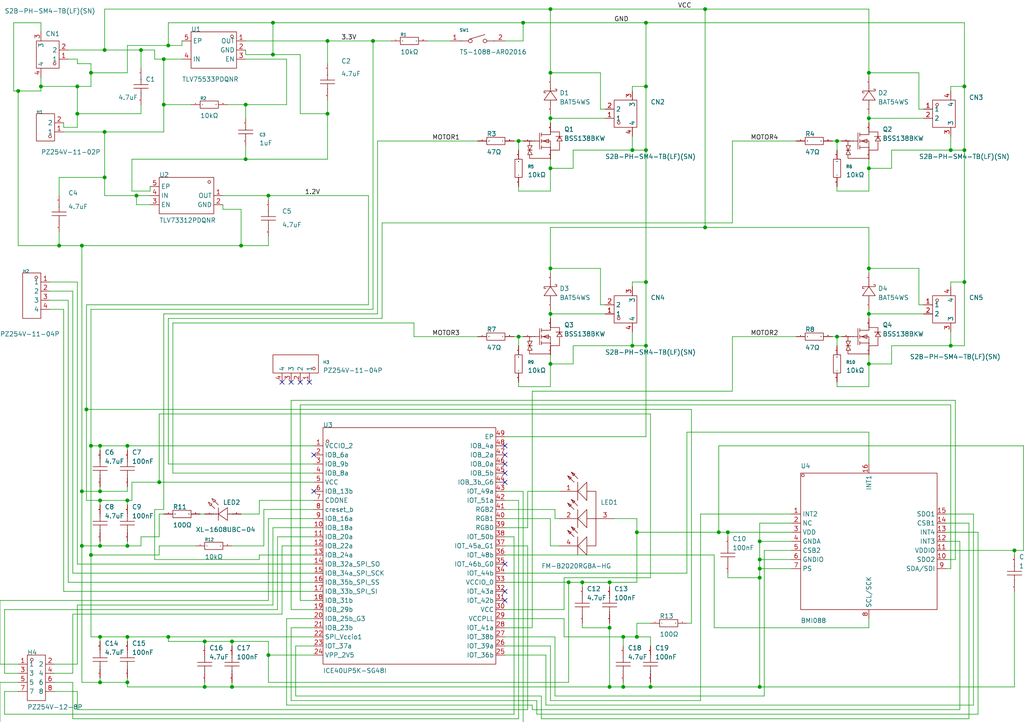
<source format=kicad_sch>
(kicad_sch (version 20231120) (generator "eeschema") (generator_version "8.0")
  (paper "User" 285.902 201.574)
  (lib_symbols
    (symbol "quad-easyedapro:0402WGJ0103TCE"
      (property "Reference" "R" (at 0 0 0))
      (symbol "0402WGJ0103TCE_1_0"
        (pin input line (at -5.08 0 0) (length 2.54) (name "1") (number "1"))
        (pin input line (at 5.08 0 180) (length 2.54) (name "2") (number "2"))
      )
    )
    (symbol "quad-easyedapro:BAT54WS_C7502694"
      (property "Reference" "D" (at 0 0 0))
      (symbol "BAT54WS_C7502694_1_0"
        (pin unspecified line (at -5.08 0 0) (length 2.54) (name "K") (number "1"))
        (pin unspecified line (at 5.08 0 180) (length 2.54) (name "A") (number "2"))
      )
    )
    (symbol "quad-easyedapro:BMI088"
      (property "Reference" "U" (at 0 0 0))
      (symbol "BMI088_1_0"
        (pin input line (at -21.59 7.62 0) (length 2.54) (name "INT2") (number "1"))
        (pin input line (at 21.59 -5.08 180) (length 2.54) (name "SDO2") (number "10"))
        (pin input line (at 21.59 -2.54 180) (length 2.54) (name "VDDIO") (number "11"))
        (pin input line (at 21.59 0 180) (length 2.54) (name "INT3") (number "12"))
        (pin input line (at 21.59 2.54 180) (length 2.54) (name "INT4") (number "13"))
        (pin input line (at 21.59 5.08 180) (length 2.54) (name "CSB1") (number "14"))
        (pin input line (at 21.59 7.62 180) (length 2.54) (name "SDO1") (number "15"))
        (pin input line (at 0 21.59 270) (length 2.54) (name "INT1") (number "16"))
        (pin input line (at -21.59 5.08 0) (length 2.54) (name "NC") (number "2"))
        (pin input line (at -21.59 2.54 0) (length 2.54) (name "VDD") (number "3"))
        (pin input line (at -21.59 0 0) (length 2.54) (name "GNDA") (number "4"))
        (pin input line (at -21.59 -2.54 0) (length 2.54) (name "CSB2") (number "5"))
        (pin input line (at -21.59 -5.08 0) (length 2.54) (name "GNDIO") (number "6"))
        (pin input line (at -21.59 -7.62 0) (length 2.54) (name "PS") (number "7"))
        (pin input line (at 0 -21.59 90) (length 2.54) (name "SCL/SCK") (number "8"))
        (pin input line (at 21.59 -7.62 180) (length 2.54) (name "SDA/SDI") (number "9"))
      )
    )
    (symbol "quad-easyedapro:BSS138BKW"
      (property "Reference" "Q" (at 0 0 0))
      (symbol "BSS138BKW_1_0"
        (pin unspecified line (at -5.08 0 0) (length 2.54) (name "G") (number "1"))
        (pin unspecified line (at 2.54 -5.08 90) (length 2.54) (name "S") (number "2"))
        (pin unspecified line (at 2.54 5.08 270) (length 2.54) (name "D") (number "3"))
      )
    )
    (symbol "quad-easyedapro:CL05A105KO5NNNC"
      (property "Reference" "C" (at 0 0 0))
      (symbol "CL05A105KO5NNNC_1_0"
        (pin input line (at -3.81 0 0) (length 2.54) (name "1") (number "1"))
        (pin input line (at 3.81 0 180) (length 2.54) (name "2") (number "2"))
      )
    )
    (symbol "quad-easyedapro:CL05A475MQ5NRNC_C307423"
      (property "Reference" "C" (at 0 0 0))
      (symbol "CL05A475MQ5NRNC_C307423_1_0"
        (pin unspecified line (at 0 -5.08 90) (length 2.54) (name "1") (number "1"))
        (pin unspecified line (at 0 5.08 270) (length 2.54) (name "2") (number "2"))
      )
    )
    (symbol "quad-easyedapro:CL05B104KO5NNNC"
      (property "Reference" "C" (at 0 0 0))
      (symbol "CL05B104KO5NNNC_1_0"
        (pin unspecified line (at -5.08 0 0) (length 2.54) (name "1") (number "1"))
        (pin unspecified line (at 5.08 0 180) (length 2.54) (name "2") (number "2"))
      )
    )
    (symbol "quad-easyedapro:FM-B2020RGBA-HG"
      (property "Reference" "LED" (at 0 0 0))
      (symbol "FM-B2020RGBA-HG_1_0"
        (pin unspecified line (at 7.62 7.62 180) (length 5.08) (name "K") (number "1"))
        (pin unspecified line (at 7.62 0 180) (length 5.08) (name "K") (number "2"))
        (pin unspecified line (at -7.62 0 0) (length 5.08) (name "A") (number "3"))
        (pin unspecified line (at 7.62 -7.62 180) (length 5.08) (name "K") (number "4"))
      )
    )
    (symbol "quad-easyedapro:ICE40UP5K-SG48I"
      (property "Reference" "U" (at 0 0 0))
      (symbol "ICE40UP5K-SG48I_1_0"
        (pin unspecified line (at -26.67 29.21 0) (length 2.54) (name "VCCIO_2") (number "1"))
        (pin unspecified line (at -26.67 6.35 0) (length 2.54) (name "IOB_18a") (number "10"))
        (pin unspecified line (at -26.67 3.81 0) (length 2.54) (name "IOB_20a") (number "11"))
        (pin unspecified line (at -26.67 1.27 0) (length 2.54) (name "IOB_22a") (number "12"))
        (pin unspecified line (at -26.67 -1.27 0) (length 2.54) (name "IOB_24a") (number "13"))
        (pin unspecified line (at -26.67 -3.81 0) (length 2.54) (name "IOB_32a_SPI_SO") (number "14"))
        (pin unspecified line (at -26.67 -6.35 0) (length 2.54) (name "IOB_34a_SPI_SCK") (number "15"))
        (pin unspecified line (at -26.67 -8.89 0) (length 2.54) (name "IOB_35b_SPI_SS") (number "16"))
        (pin unspecified line (at -26.67 -11.43 0) (length 2.54) (name "IOB_33b_SPI_SI") (number "17"))
        (pin unspecified line (at -26.67 -13.97 0) (length 2.54) (name "IOB_31b") (number "18"))
        (pin unspecified line (at -26.67 -16.51 0) (length 2.54) (name "IOB_29b") (number "19"))
        (pin unspecified line (at -26.67 26.67 0) (length 2.54) (name "IOB_6a") (number "2"))
        (pin unspecified line (at -26.67 -19.05 0) (length 2.54) (name "IOB_25b_G3") (number "20"))
        (pin unspecified line (at -26.67 -21.59 0) (length 2.54) (name "IOB_23b") (number "21"))
        (pin unspecified line (at -26.67 -24.13 0) (length 2.54) (name "SPI_Vccio1") (number "22"))
        (pin unspecified line (at -26.67 -26.67 0) (length 2.54) (name "IOT_37a") (number "23"))
        (pin unspecified line (at -26.67 -29.21 0) (length 2.54) (name "VPP_2V5") (number "24"))
        (pin unspecified line (at 26.67 -29.21 180) (length 2.54) (name "IOT_36b") (number "25"))
        (pin unspecified line (at 26.67 -26.67 180) (length 2.54) (name "IOT_39a") (number "26"))
        (pin unspecified line (at 26.67 -24.13 180) (length 2.54) (name "IOT_38b") (number "27"))
        (pin unspecified line (at 26.67 -21.59 180) (length 2.54) (name "IOT_41a") (number "28"))
        (pin unspecified line (at 26.67 -19.05 180) (length 2.54) (name "VCCPLL") (number "29"))
        (pin unspecified line (at -26.67 24.13 0) (length 2.54) (name "IOB_9b") (number "3"))
        (pin unspecified line (at 26.67 -16.51 180) (length 2.54) (name "VCC") (number "30"))
        (pin unspecified line (at 26.67 -13.97 180) (length 2.54) (name "IOT_42b") (number "31"))
        (pin unspecified line (at 26.67 -11.43 180) (length 2.54) (name "IOT_43a") (number "32"))
        (pin unspecified line (at 26.67 -8.89 180) (length 2.54) (name "VCCIO_0") (number "33"))
        (pin unspecified line (at 26.67 -6.35 180) (length 2.54) (name "IOT_44b") (number "34"))
        (pin unspecified line (at 26.67 -3.81 180) (length 2.54) (name "IOT_46b_G0") (number "35"))
        (pin unspecified line (at 26.67 -1.27 180) (length 2.54) (name "IOT_48b") (number "36"))
        (pin unspecified line (at 26.67 1.27 180) (length 2.54) (name "IOT_45a_G1") (number "37"))
        (pin unspecified line (at 26.67 3.81 180) (length 2.54) (name "IOT_50b") (number "38"))
        (pin unspecified line (at 26.67 6.35 180) (length 2.54) (name "RGB0") (number "39"))
        (pin unspecified line (at -26.67 21.59 0) (length 2.54) (name "IOB_8a") (number "4"))
        (pin unspecified line (at 26.67 8.89 180) (length 2.54) (name "RGB1") (number "40"))
        (pin unspecified line (at 26.67 11.43 180) (length 2.54) (name "RGB2") (number "41"))
        (pin unspecified line (at 26.67 13.97 180) (length 2.54) (name "IOT_51a") (number "42"))
        (pin unspecified line (at 26.67 16.51 180) (length 2.54) (name "IOT_49a") (number "43"))
        (pin unspecified line (at 26.67 19.05 180) (length 2.54) (name "IOB_3b_G6") (number "44"))
        (pin unspecified line (at 26.67 21.59 180) (length 2.54) (name "IOB_5b") (number "45"))
        (pin unspecified line (at 26.67 24.13 180) (length 2.54) (name "IOB_0a") (number "46"))
        (pin unspecified line (at 26.67 26.67 180) (length 2.54) (name "IOB_2a") (number "47"))
        (pin unspecified line (at 26.67 29.21 180) (length 2.54) (name "IOB_4a") (number "48"))
        (pin unspecified line (at 26.67 31.75 180) (length 2.54) (name "EP") (number "49"))
        (pin unspecified line (at -26.67 19.05 0) (length 2.54) (name "VCC") (number "5"))
        (pin unspecified line (at -26.67 16.51 0) (length 2.54) (name "IOB_13b") (number "6"))
        (pin unspecified line (at -26.67 13.97 0) (length 2.54) (name "CDONE") (number "7"))
        (pin unspecified line (at -26.67 11.43 0) (length 2.54) (name "creset_b") (number "8"))
        (pin unspecified line (at -26.67 8.89 0) (length 2.54) (name "IOB_16a") (number "9"))
      )
    )
    (symbol "quad-easyedapro:PZ254V-11-02P"
      (property "Reference" "H" (at 0 0 0))
      (symbol "PZ254V-11-02P_1_0"
        (pin input line (at -5.08 1.27 0) (length 2.54) (name "1") (number "1"))
        (pin input line (at -5.08 -1.27 0) (length 2.54) (name "2") (number "2"))
      )
    )
    (symbol "quad-easyedapro:PZ254V-11-04P_C2691448"
      (property "Reference" "H" (at 0 0 0))
      (symbol "PZ254V-11-04P_C2691448_1_0"
        (pin input line (at -5.08 3.81 0) (length 2.54) (name "1") (number "1"))
        (pin input line (at -5.08 1.27 0) (length 2.54) (name "2") (number "2"))
        (pin input line (at -5.08 -1.27 0) (length 2.54) (name "3") (number "3"))
        (pin input line (at -5.08 -3.81 0) (length 2.54) (name "4") (number "4"))
      )
    )
    (symbol "quad-easyedapro:PZ254V-12-8P"
      (property "Reference" "H" (at 0 0 0))
      (symbol "PZ254V-12-8P_1_0"
        (pin unspecified line (at -5.08 3.81 0) (length 2.54) (name "1") (number "1"))
        (pin unspecified line (at 5.08 3.81 180) (length 2.54) (name "2") (number "2"))
        (pin unspecified line (at -5.08 1.27 0) (length 2.54) (name "3") (number "3"))
        (pin unspecified line (at 5.08 1.27 180) (length 2.54) (name "4") (number "4"))
        (pin unspecified line (at -5.08 -1.27 0) (length 2.54) (name "5") (number "5"))
        (pin unspecified line (at 5.08 -1.27 180) (length 2.54) (name "6") (number "6"))
        (pin unspecified line (at -5.08 -3.81 0) (length 2.54) (name "7") (number "7"))
        (pin unspecified line (at 5.08 -3.81 180) (length 2.54) (name "8") (number "8"))
      )
    )
    (symbol "quad-easyedapro:RC0402FR-07100RL"
      (property "Reference" "R" (at 0 0 0))
      (symbol "RC0402FR-07100RL_1_0"
        (pin input line (at -5.08 0 0) (length 2.54) (name "1") (number "1"))
        (pin input line (at 5.08 0 180) (length 2.54) (name "2") (number "2"))
      )
    )
    (symbol "quad-easyedapro:RC0402FR-0747RL"
      (property "Reference" "R" (at 0 0 0))
      (symbol "RC0402FR-0747RL_1_0"
        (pin input line (at -5.08 0 0) (length 2.54) (name "1") (number "1"))
        (pin input line (at 5.08 0 180) (length 2.54) (name "2") (number "2"))
      )
    )
    (symbol "quad-easyedapro:S2B-PH-SM4-TB(LF)(SN)"
      (property "Reference" "CN" (at 0 0 0))
      (symbol "S2B-PH-SM4-TB(LF)(SN)_1_0"
        (pin unspecified line (at -3.81 1.27 0) (length 2.54) (name "1") (number "1"))
        (pin unspecified line (at -3.81 -1.27 0) (length 2.54) (name "2") (number "2"))
        (pin unspecified line (at 3.81 -6.35 90) (length 2.54) (name "3") (number "3"))
        (pin unspecified line (at 3.81 6.35 270) (length 2.54) (name "4") (number "4"))
      )
    )
    (symbol "quad-easyedapro:TLV73312PDQNR"
      (property "Reference" "U" (at 0 0 0))
      (symbol "TLV73312PDQNR_1_0"
        (pin unspecified line (at -10.16 0 0) (length 2.54) (name "OUT") (number "1"))
        (pin unspecified line (at -10.16 -2.54 0) (length 2.54) (name "GND") (number "2"))
        (pin unspecified line (at 10.16 -2.54 180) (length 2.54) (name "EN") (number "3"))
        (pin unspecified line (at 10.16 0 180) (length 2.54) (name "IN") (number "4"))
        (pin unspecified line (at 10.16 2.54 180) (length 2.54) (name "EP") (number "5"))
      )
    )
    (symbol "quad-easyedapro:TLV75533PDQNR"
      (property "Reference" "U" (at 0 0 0))
      (symbol "TLV75533PDQNR_1_0"
        (pin unspecified line (at -10.16 2.54 0) (length 2.54) (name "OUT") (number "1"))
        (pin unspecified line (at -10.16 0 0) (length 2.54) (name "GND") (number "2"))
        (pin unspecified line (at -10.16 -2.54 0) (length 2.54) (name "EN") (number "3"))
        (pin unspecified line (at 7.62 -2.54 180) (length 2.54) (name "IN") (number "4"))
        (pin unspecified line (at 7.62 2.54 180) (length 2.54) (name "EP") (number "5"))
      )
    )
    (symbol "quad-easyedapro:TS-1088-AR02016"
      (property "Reference" "SW" (at 0 0 0))
      (symbol "TS-1088-AR02016_1_0"
        (pin input line (at -7.62 0 0) (length 2.54) (name "1") (number "1"))
        (pin input line (at 7.62 0 180) (length 2.54) (name "2") (number "2"))
      )
    )
    (symbol "quad-easyedapro:XL-1608UBC-04"
      (property "Reference" "LED" (at 0 0 0))
      (symbol "XL-1608UBC-04_1_0"
        (pin unspecified line (at -5.08 0 0) (length 2.54) (name "K") (number "1"))
        (pin unspecified line (at 5.08 0 180) (length 2.54) (name "A") (number "2"))
      )
    )
  )
  (junction (at 176.53 96.52))
  (junction (at 180.34 24.13))
  (junction (at 27.94 152.4))
  (junction (at 212.09 156.21))
  (junction (at 27.94 190.5))
  (junction (at 265.43 41.91))
  (junction (at 29.21 36.83))
  (junction (at 24.13 114.3))
  (junction (at 162.56 162.56))
  (junction (at 68.58 29.21))
  (junction (at 153.67 87.63))
  (junction (at 173.99 191.77))
  (junction (at 29.21 49.53))
  (junction (at 233.68 39.37))
  (junction (at 242.57 87.63))
  (junction (at 176.53 41.91))
  (junction (at 38.1 54.61))
  (junction (at 283.21 153.67))
  (junction (at 27.94 137.16))
  (junction (at 21.59 31.75))
  (junction (at 16.51 68.58))
  (junction (at 11.43 24.13))
  (junction (at 153.67 33.02))
  (junction (at 25.4 154.94))
  (junction (at 269.24 78.74))
  (junction (at 64.77 191.77))
  (junction (at 158.75 162.56))
  (junction (at 242.57 46.99))
  (junction (at 39.37 13.97))
  (junction (at 46.99 177.8))
  (junction (at 35.56 177.8))
  (junction (at 180.34 96.52))
  (junction (at 269.24 24.13))
  (junction (at 170.18 191.77))
  (junction (at 153.67 2.54))
  (junction (at 25.4 124.46))
  (junction (at 200.66 148.59))
  (junction (at 153.67 101.6))
  (junction (at 196.85 2.54))
  (junction (at 27.94 124.46))
  (junction (at 25.4 20.32))
  (junction (at 177.8 148.59))
  (junction (at 22.86 68.58))
  (junction (at 27.94 139.7))
  (junction (at 91.44 31.75))
  (junction (at 104.14 11.43))
  (junction (at 74.93 182.88))
  (junction (at 45.72 16.51))
  (junction (at 44.45 134.62))
  (junction (at 46.99 12.7))
  (junction (at 233.68 93.98))
  (junction (at 67.31 68.58))
  (junction (at 45.72 29.21))
  (junction (at 57.15 191.77))
  (junction (at 203.2 148.59))
  (junction (at 29.21 13.97))
  (junction (at 180.34 41.91))
  (junction (at 76.2 15.24))
  (junction (at 180.34 78.74))
  (junction (at 212.09 158.75))
  (junction (at 242.57 33.02))
  (junction (at 21.59 24.13))
  (junction (at 5.08 25.4))
  (junction (at 242.57 101.6))
  (junction (at 265.43 96.52))
  (junction (at 27.94 177.8))
  (junction (at 64.77 179.07))
  (junction (at 170.18 175.26))
  (junction (at 180.34 6.35))
  (junction (at 76.2 6.35))
  (junction (at 91.44 11.43))
  (junction (at 181.61 191.77))
  (junction (at 35.56 190.5))
  (junction (at 35.56 152.4))
  (junction (at 153.67 20.32))
  (junction (at 144.78 93.98))
  (junction (at 212.09 151.13))
  (junction (at 144.78 39.37))
  (junction (at 153.67 74.93))
  (junction (at 35.56 139.7))
  (junction (at 170.18 162.56))
  (junction (at 57.15 179.07))
  (junction (at 173.99 177.8))
  (junction (at 242.57 74.93))
  (junction (at 153.67 46.99))
  (junction (at 22.86 152.4))
  (junction (at 212.09 161.29))
  (junction (at 22.86 137.16))
  (junction (at 177.8 177.8))
  (junction (at 196.85 63.5))
  (junction (at 212.09 191.77))
  (junction (at 242.57 20.32))
  (junction (at 74.93 54.61))
  (junction (at 68.58 44.45))
  (junction (at 146.05 6.35))
  (junction (at 35.56 124.46))
  (junction (at 269.24 41.91))
  (no_connect (at 140.97 127))
  (no_connect (at 83.82 106.68))
  (no_connect (at 140.97 134.62))
  (no_connect (at 81.28 106.68))
  (no_connect (at 140.97 167.64))
  (no_connect (at 87.63 127))
  (no_connect (at 140.97 129.54))
  (no_connect (at 140.97 132.08))
  (no_connect (at 78.74 106.68))
  (no_connect (at 140.97 124.46))
  (no_connect (at 140.97 165.1))
  (no_connect (at 86.36 106.68))
  (no_connect (at 87.63 137.16))
  (no_connect (at 140.97 157.48))
  (wire (pts (xy 140.97 142.24) (xy 154.94 142.24)))
  (wire (pts (xy 220.98 143.51) (xy 195.58 143.51)))
  (wire (pts (xy 242.57 53.34) (xy 233.6546 53.34)))
  (wire (pts (xy 21.59 35.56) (xy 17.78 35.56)))
  (wire (pts (xy 248.92 96.52) (xy 248.92 101.6)))
  (wire (pts (xy 57.15 143.51) (xy 55.88 143.51)))
  (wire (pts (xy 76.2 15.24) (xy 76.2 6.35)))
  (wire (pts (xy 256.54 74.93) (xy 242.57 74.93)))
  (wire (pts (xy 83.82 167.64) (xy 83.82 113.03)))
  (wire (pts (xy 27.94 124.46) (xy 25.4 124.46)))
  (wire (pts (xy 36.83 44.45) (xy 36.83 53.34)))
  (wire (pts (xy 46.99 6.35) (xy 46.99 12.7)))
  (wire (pts (xy 45.72 87.63) (xy 105.41 87.63)))
  (wire (pts (xy 5.08 193.04) (xy 1.27 193.04)))
  (wire (pts (xy 17.78 86.36) (xy 17.78 165.1)))
  (wire (pts (xy 285.75 153.67) (xy 285.75 124.46)))
  (wire (pts (xy 248.92 101.6) (xy 242.57 101.6)))
  (wire (pts (xy 242.57 21.59) (xy 242.57 20.32)))
  (wire (pts (xy 222.25 39.37) (xy 204.47 39.37)))
  (wire (pts (xy 22.86 137.16) (xy 22.86 152.4)))
  (wire (pts (xy 144.78 39.37) (xy 143.51 39.37)))
  (wire (pts (xy 146.05 11.43) (xy 140.97 11.43)))
  (wire (pts (xy 143.51 93.98) (xy 144.78 93.98)))
  (wire (pts (xy 29.21 2.54) (xy 153.67 2.54)))
  (wire (pts (xy 44.45 143.51) (xy 45.72 143.51)))
  (wire (pts (xy 17.78 86.36) (xy 13.97 86.36)))
  (wire (pts (xy 21.59 193.04) (xy 15.24 193.04)))
  (wire (pts (xy 212.09 156.21) (xy 220.98 156.21)))
  (wire (pts (xy 148.59 109.22) (xy 148.59 175.26)))
  (wire (pts (xy 153.67 63.5) (xy 196.85 63.5)))
  (wire (pts (xy 17.78 165.1) (xy 87.63 165.1)))
  (wire (pts (xy 153.67 152.4) (xy 153.67 144.78)))
  (wire (pts (xy 144.78 96.52) (xy 144.78 93.98)))
  (wire (pts (xy 43.18 156.21) (xy 43.18 142.24)))
  (wire (pts (xy 153.67 44.45) (xy 153.67 46.99)))
  (wire (pts (xy 76.2 6.35) (xy 46.99 6.35)))
  (wire (pts (xy 77.47 170.18) (xy 77.47 149.86)))
  (wire (pts (xy 45.72 36.83) (xy 45.72 29.21)))
  (wire (pts (xy 146.05 93.98) (xy 144.78 93.98)))
  (wire (pts (xy 72.39 143.51) (xy 67.31 143.51)))
  (wire (pts (xy 242.57 20.32) (xy 242.57 2.54)))
  (wire (pts (xy 22.86 190.5) (xy 22.86 152.4)))
  (wire (pts (xy 68.58 16.51) (xy 80.01 16.51)))
  (wire (pts (xy 212.09 161.29) (xy 203.2 161.29)))
  (wire (pts (xy 203.2 148.59) (xy 220.98 148.59)))
  (wire (pts (xy 283.21 154.94) (xy 283.21 153.67)))
  (wire (pts (xy 36.83 44.45) (xy 68.58 44.45)))
  (wire (pts (xy 43.18 16.51) (xy 43.18 13.97)))
  (wire (pts (xy 76.2 15.24) (xy 83.82 15.24)))
  (wire (pts (xy 203.2 148.59) (xy 200.66 148.59)))
  (wire (pts (xy 242.57 74.93) (xy 242.57 63.5)))
  (wire (pts (xy 35.56 20.32) (xy 25.4 20.32)))
  (wire (pts (xy 156.21 137.16) (xy 147.32 137.16)))
  (wire (pts (xy 152.4 182.88) (xy 152.4 196.85)))
  (wire (pts (xy 180.34 41.91) (xy 180.34 24.13)))
  (wire (pts (xy 21.59 24.13) (xy 11.43 24.13)))
  (wire (pts (xy 27.94 152.4) (xy 22.86 152.4)))
  (wire (pts (xy 20.32 200.66) (xy 144.78 200.66)))
  (wire (pts (xy 153.67 76.2) (xy 153.67 74.93)))
  (wire (pts (xy 191.77 173.99) (xy 193.04 173.99)))
  (wire (pts (xy 16.51 68.58) (xy 16.51 64.77)))
  (wire (pts (xy 193.04 114.3) (xy 24.13 114.3)))
  (wire (pts (xy 21.59 24.13) (xy 21.59 31.75)))
  (wire (pts (xy 57.15 179.07) (xy 64.77 179.07)))
  (wire (pts (xy 200.66 148.59) (xy 200.66 124.46)))
  (wire (pts (xy 170.18 163.83) (xy 170.18 162.56)))
  (wire (pts (xy 50.8 12.7) (xy 46.99 12.7)))
  (wire (pts (xy 36.83 139.7) (xy 35.56 139.7)))
  (wire (pts (xy 265.43 38.1) (xy 265.43 41.91)))
  (wire (pts (xy 242.57 76.2) (xy 242.57 74.93)))
  (wire (pts (xy 154.94 194.31) (xy 154.94 177.8)))
  (wire (pts (xy 144.78 107.95) (xy 144.78 106.68)))
  (wire (pts (xy 44.45 115.57) (xy 44.45 134.62)))
  (wire (pts (xy 80.01 172.72) (xy 87.63 172.72)))
  (wire (pts (xy 196.85 63.5) (xy 196.85 2.54)))
  (wire (pts (xy 67.31 58.42) (xy 62.23 58.42)))
  (wire (pts (xy 5.08 190.5) (xy 0 190.5)))
  (wire (pts (xy 158.75 162.56) (xy 158.75 190.5)))
  (wire (pts (xy 24.13 139.7) (xy 24.13 114.3)))
  (wire (pts (xy 153.67 88.9) (xy 153.67 87.63)))
  (wire (pts (xy 146.05 137.16) (xy 140.97 137.16)))
  (wire (pts (xy 234.95 93.98) (xy 233.68 93.98)))
  (wire (pts (xy 39.37 19.05) (xy 39.37 13.97)))
  (wire (pts (xy 242.57 46.99) (xy 242.57 53.34)))
  (wire (pts (xy 106.68 62.23) (xy 204.47 62.23)))
  (wire (pts (xy 15.24 187.96) (xy 20.32 187.96)))
  (wire (pts (xy 242.57 175.26) (xy 242.57 172.72)))
  (wire (pts (xy 78.74 152.4) (xy 87.63 152.4)))
  (wire (pts (xy 0 190.5) (xy 0 201.93)))
  (wire (pts (xy 204.47 62.23) (xy 204.47 39.37)))
  (wire (pts (xy 119.38 11.43) (xy 125.73 11.43)))
  (wire (pts (xy 152.4 196.85) (xy 271.78 196.85)))
  (wire (pts (xy 76.2 168.91) (xy 76.2 147.32)))
  (wire (pts (xy 256.54 30.48) (xy 256.54 20.32)))
  (wire (pts (xy 41.91 52.07) (xy 41.91 53.34)))
  (wire (pts (xy 74.93 167.64) (xy 74.93 144.78)))
  (wire (pts (xy 35.56 189.23) (xy 35.56 190.5)))
  (wire (pts (xy 27.94 179.07) (xy 27.94 177.8)))
  (wire (pts (xy 62.23 54.61) (xy 74.93 54.61)))
  (wire (pts (xy 212.09 191.77) (xy 283.21 191.77)))
  (wire (pts (xy 27.94 190.5) (xy 22.86 190.5)))
  (wire (pts (xy 191.77 160.02) (xy 191.77 120.65)))
  (wire (pts (xy 273.05 199.39) (xy 149.86 199.39)))
  (wire (pts (xy 67.31 58.42) (xy 67.31 68.58)))
  (wire (pts (xy 74.93 68.58) (xy 67.31 68.58)))
  (wire (pts (xy 234.95 39.37) (xy 233.68 39.37)))
  (wire (pts (xy 242.57 46.99) (xy 242.57 44.45)))
  (wire (pts (xy 35.56 12.7) (xy 35.56 20.32)))
  (wire (pts (xy 180.34 6.35) (xy 269.24 6.35)))
  (wire (pts (xy 64.77 179.07) (xy 74.93 179.07)))
  (wire (pts (xy 50.8 16.51) (xy 45.72 16.51)))
  (wire (pts (xy 176.53 25.4) (xy 176.53 24.13)))
  (wire (pts (xy 64.77 180.34) (xy 64.77 179.07)))
  (wire (pts (xy 72.39 139.7) (xy 72.39 143.51)))
  (wire (pts (xy 43.18 13.97) (xy 39.37 13.97)))
  (wire (pts (xy 83.82 113.03) (xy 265.43 113.03)))
  (wire (pts (xy 162.56 162.56) (xy 162.56 163.83)))
  (wire (pts (xy 38.1 57.15) (xy 41.91 57.15)))
  (wire (pts (xy 147.32 152.4) (xy 140.97 152.4)))
  (wire (pts (xy 11.43 21.59) (xy 11.43 24.13)))
  (wire (pts (xy 267.97 151.13) (xy 267.97 198.12)))
  (wire (pts (xy 193.04 114.3) (xy 193.04 173.99)))
  (wire (pts (xy 242.57 107.95) (xy 233.68 107.95)))
  (wire (pts (xy 140.97 160.02) (xy 191.77 160.02)))
  (wire (pts (xy 57.15 180.34) (xy 57.15 179.07)))
  (wire (pts (xy 167.64 74.93) (xy 153.67 74.93)))
  (wire (pts (xy 25.4 177.8) (xy 25.4 154.94)))
  (wire (pts (xy 242.57 175.26) (xy 199.39 175.26)))
  (wire (pts (xy 270.51 146.05) (xy 264.16 146.05)))
  (wire (pts (xy 76.2 6.35) (xy 146.05 6.35)))
  (wire (pts (xy 83.82 167.64) (xy 87.63 167.64)))
  (wire (pts (xy 157.48 161.29) (xy 181.61 161.29)))
  (wire (pts (xy 74.93 179.07) (xy 74.93 182.88)))
  (wire (pts (xy 35.56 177.8) (xy 46.99 177.8)))
  (wire (pts (xy 74.93 190.5) (xy 74.93 182.88)))
  (wire (pts (xy 176.53 92.71) (xy 176.53 96.52)))
  (wire (pts (xy 27.94 189.23) (xy 27.94 190.5)))
  (wire (pts (xy 46.99 12.7) (xy 35.56 12.7)))
  (wire (pts (xy 46.99 177.8) (xy 46.99 179.07)))
  (wire (pts (xy 242.57 34.29) (xy 242.57 33.02)))
  (wire (pts (xy 144.78 139.7) (xy 140.97 139.7)))
  (wire (pts (xy 104.14 11.43) (xy 91.44 11.43)))
  (wire (pts (xy 45.72 87.63) (xy 45.72 142.24)))
  (wire (pts (xy 5.08 185.42) (xy 0 185.42)))
  (wire (pts (xy 44.45 154.94) (xy 25.4 154.94)))
  (wire (pts (xy 180.34 96.52) (xy 180.34 121.92)))
  (wire (pts (xy 256.54 20.32) (xy 242.57 20.32)))
  (wire (pts (xy 0 201.93) (xy 146.05 201.93)))
  (wire (pts (xy 191.77 120.65) (xy 242.57 120.65)))
  (wire (pts (xy 149.86 199.39) (xy 149.86 195.58)))
  (wire (pts (xy 15.24 190.5) (xy 20.32 190.5)))
  (wire (pts (xy 21.59 157.48) (xy 87.63 157.48)))
  (wire (pts (xy 36.83 134.62) (xy 44.45 134.62)))
  (wire (pts (xy 181.61 191.77) (xy 212.09 191.77)))
  (wire (pts (xy 170.18 175.26) (xy 170.18 173.99)))
  (wire (pts (xy 3.81 6.35) (xy 3.81 25.4)))
  (wire (pts (xy 35.56 190.5) (xy 27.94 190.5)))
  (wire (pts (xy 157.48 170.18) (xy 140.97 170.18)))
  (wire (pts (xy 24.13 85.09) (xy 24.13 114.3)))
  (wire (pts (xy 87.63 134.62) (xy 44.45 134.62)))
  (wire (pts (xy 168.91 30.48) (xy 167.64 30.48)))
  (wire (pts (xy 176.53 96.52) (xy 160.02 96.52)))
  (wire (pts (xy 25.4 86.36) (xy 25.4 124.46)))
  (wire (pts (xy 160.02 41.91) (xy 176.53 41.91)))
  (wire (pts (xy 1.27 199.39) (xy 143.51 199.39)))
  (wire (pts (xy 176.53 24.13) (xy 180.34 24.13)))
  (wire (pts (xy 68.58 15.24) (xy 68.58 13.97)))
  (wire (pts (xy 180.34 6.35) (xy 146.05 6.35)))
  (wire (pts (xy 140.97 177.8) (xy 154.94 177.8)))
  (wire (pts (xy 204.47 109.22) (xy 148.59 109.22)))
  (wire (pts (xy 271.78 196.85) (xy 271.78 143.51)))
  (wire (pts (xy 147.32 198.12) (xy 147.32 152.4)))
  (wire (pts (xy 106.68 88.9) (xy 106.68 62.23)))
  (wire (pts (xy 144.78 53.34) (xy 144.78 52.07)))
  (wire (pts (xy 57.15 190.5) (xy 57.15 191.77)))
  (wire (pts (xy 153.67 101.6) (xy 153.67 99.06)))
  (wire (pts (xy 181.61 191.77) (xy 181.61 190.5)))
  (wire (pts (xy 57.15 191.77) (xy 64.77 191.77)))
  (wire (pts (xy 13.97 78.74) (xy 21.59 78.74)))
  (wire (pts (xy 181.61 177.8) (xy 177.8 177.8)))
  (wire (pts (xy 257.81 33.02) (xy 242.57 33.02)))
  (wire (pts (xy 87.63 132.08) (xy 48.26 132.08)))
  (wire (pts (xy 269.24 24.13) (xy 269.24 41.91)))
  (wire (pts (xy 154.94 144.78) (xy 154.94 142.24)))
  (wire (pts (xy 273.05 148.59) (xy 273.05 199.39)))
  (wire (pts (xy 104.14 86.36) (xy 25.4 86.36)))
  (wire (pts (xy 17.78 35.56) (xy 17.78 34.29)))
  (wire (pts (xy 13.9446 83.82) (xy 19.05 83.82)))
  (wire (pts (xy 105.41 87.63) (xy 105.41 39.37)))
  (wire (pts (xy 199.39 175.26) (xy 199.39 154.94)))
  (wire (pts (xy 167.64 20.32) (xy 167.64 30.48)))
  (wire (pts (xy 74.93 182.88) (xy 87.63 182.88)))
  (wire (pts (xy 232.41 39.37) (xy 233.68 39.37)))
  (wire (pts (xy 203.2 160.02) (xy 203.2 161.29)))
  (wire (pts (xy 80.01 16.51) (xy 80.01 29.21)))
  (wire (pts (xy 35.56 124.46) (xy 27.94 124.46)))
  (wire (pts (xy 21.59 16.51) (xy 19.05 16.51)))
  (wire (pts (xy 72.39 139.7) (xy 87.63 139.7)))
  (wire (pts (xy 11.43 6.35) (xy 11.43 8.89)))
  (wire (pts (xy 153.67 195.58) (xy 153.67 180.34)))
  (wire (pts (xy 212.09 156.21) (xy 212.09 151.13)))
  (wire (pts (xy 83.82 31.75) (xy 91.44 31.75)))
  (wire (pts (xy 20.32 171.45) (xy 78.74 171.45)))
  (wire (pts (xy 153.67 63.5) (xy 153.67 74.93)))
  (wire (pts (xy 167.64 85.09) (xy 168.91 85.09)))
  (wire (pts (xy 73.66 152.4) (xy 64.77 152.4)))
  (wire (pts (xy 68.58 11.43) (xy 91.44 11.43)))
  (wire (pts (xy 115.57 90.17) (xy 115.57 93.98)))
  (wire (pts (xy 67.31 68.58) (xy 22.86 68.58)))
  (wire (pts (xy 29.21 54.61) (xy 29.21 49.53)))
  (wire (pts (xy 21.59 31.75) (xy 39.37 31.75)))
  (wire (pts (xy 140.97 180.34) (xy 153.67 180.34)))
  (wire (pts (xy 269.24 24.13) (xy 269.24 6.35)))
  (wire (pts (xy 233.68 41.91) (xy 233.68 39.37)))
  (wire (pts (xy 177.8 148.59) (xy 200.66 148.59)))
  (wire (pts (xy 242.57 86.36) (xy 242.57 87.63)))
  (wire (pts (xy 149.86 195.58) (xy 81.28 195.58)))
  (wire (pts (xy 1.27 170.18) (xy 77.47 170.18)))
  (wire (pts (xy 212.09 158.75) (xy 212.09 156.21)))
  (wire (pts (xy 180.34 96.52) (xy 176.53 96.52)))
  (wire (pts (xy 35.56 190.5) (xy 35.56 191.77)))
  (wire (pts (xy 257.81 85.09) (xy 256.54 85.09)))
  (wire (pts (xy 20.32 81.28) (xy 20.32 160.02)))
  (wire (pts (xy 21.59 185.42) (xy 21.59 168.91)))
  (wire (pts (xy 25.4 17.78) (xy 21.59 17.78)))
  (wire (pts (xy 19.05 13.97) (xy 29.21 13.97)))
  (wire (pts (xy 242.57 31.75) (xy 242.57 33.02)))
  (wire (pts (xy 199.39 154.94) (xy 140.97 154.94)))
  (wire (pts (xy 153.67 53.34) (xy 153.67 46.99)))
  (wire (pts (xy 212.09 151.13) (xy 220.98 151.13)))
  (wire (pts (xy 1.27 193.04) (xy 1.27 199.39)))
  (wire (pts (xy 68.58 40.64) (xy 68.58 44.45)))
  (wire (pts (xy 87.63 129.54) (xy 46.99 129.54)))
  (wire (pts (xy 222.25 93.98) (xy 204.47 93.98)))
  (wire (pts (xy 77.47 149.86) (xy 87.63 149.86)))
  (wire (pts (xy 151.13 200.66) (xy 151.13 194.31)))
  (wire (pts (xy 41.91 53.34) (xy 36.83 53.34)))
  (wire (pts (xy 177.8 144.78) (xy 177.8 148.59)))
  (wire (pts (xy 19.05 162.56) (xy 87.63 162.56)))
  (wire (pts (xy 21.59 17.78) (xy 21.59 16.51)))
  (wire (pts (xy 22.86 137.16) (xy 27.94 137.16)))
  (wire (pts (xy 180.34 78.74) (xy 180.34 96.52)))
  (wire (pts (xy 44.45 149.86) (xy 44.45 143.51)))
  (wire (pts (xy 20.32 190.5) (xy 20.32 200.66)))
  (wire (pts (xy 269.24 41.91) (xy 265.43 41.91)))
  (wire (pts (xy 35.56 139.7) (xy 27.94 139.7)))
  (wire (pts (xy 35.56 152.4) (xy 39.37 152.4)))
  (wire (pts (xy 153.67 86.36) (xy 153.67 87.63)))
  (wire (pts (xy 153.67 2.54) (xy 196.85 2.54)))
  (wire (pts (xy 140.97 182.88) (xy 152.4 182.88)))
  (wire (pts (xy 147.32 137.16) (xy 147.32 147.32)))
  (wire (pts (xy 176.53 41.91) (xy 180.34 41.91)))
  (wire (pts (xy 16.51 68.58) (xy 22.86 68.58)))
  (wire (pts (xy 233.6546 53.34) (xy 233.6546 52.07)))
  (wire (pts (xy 35.56 191.77) (xy 57.15 191.77)))
  (wire (pts (xy 87.63 177.8) (xy 46.99 177.8)))
  (wire (pts (xy 213.36 153.67) (xy 220.98 153.67)))
  (wire (pts (xy 160.02 96.52) (xy 160.02 101.6)))
  (wire (pts (xy 38.1 54.61) (xy 38.1 57.15)))
  (wire (pts (xy 104.14 11.43) (xy 109.22 11.43)))
  (wire (pts (xy 156.21 144.78) (xy 154.94 144.78)))
  (wire (pts (xy 173.99 191.77) (xy 181.61 191.77)))
  (wire (pts (xy 82.55 180.34) (xy 87.63 180.34)))
  (wire (pts (xy 133.35 39.37) (xy 105.41 39.37)))
  (wire (pts (xy 180.34 78.74) (xy 176.53 78.74)))
  (wire (pts (xy 16.51 68.58) (xy 5.08 68.58)))
  (wire (pts (xy 87.63 154.94) (xy 72.39 154.94)))
  (wire (pts (xy 25.4 177.8) (xy 27.94 177.8)))
  (wire (pts (xy 177.8 177.8) (xy 173.99 177.8)))
  (wire (pts (xy 153.67 20.32) (xy 153.67 2.54)))
  (wire (pts (xy 266.7 156.21) (xy 264.16 156.21)))
  (wire (pts (xy 45.72 16.51) (xy 45.72 29.21)))
  (wire (pts (xy 181.61 161.29) (xy 181.61 115.57)))
  (wire (pts (xy 157.48 170.18) (xy 157.48 161.29)))
  (wire (pts (xy 283.21 191.77) (xy 283.21 165.1)))
  (wire (pts (xy 35.56 179.07) (xy 35.56 177.8)))
  (wire (pts (xy 140.97 172.72) (xy 157.48 172.72)))
  (wire (pts (xy 22.86 68.58) (xy 22.86 137.16)))
  (wire (pts (xy 144.78 200.66) (xy 144.78 139.7)))
  (wire (pts (xy 177.8 144.78) (xy 171.45 144.78)))
  (wire (pts (xy 53.34 29.21) (xy 45.72 29.21)))
  (wire (pts (xy 160.02 101.6) (xy 153.67 101.6)))
  (wire (pts (xy 267.97 151.13) (xy 264.16 151.13)))
  (wire (pts (xy 27.94 137.16) (xy 27.94 135.89)))
  (wire (pts (xy 256.54 85.09) (xy 256.54 74.93)))
  (wire (pts (xy 212.09 158.75) (xy 212.09 161.29)))
  (wire (pts (xy 25.4 20.32) (xy 25.4 24.13)))
  (wire (pts (xy 153.67 107.95) (xy 144.78 107.95)))
  (wire (pts (xy 160.02 46.99) (xy 160.02 41.91)))
  (wire (pts (xy 176.53 78.74) (xy 176.53 80.01)))
  (wire (pts (xy 242.57 63.5) (xy 196.85 63.5)))
  (wire (pts (xy 257.81 87.63) (xy 242.57 87.63)))
  (wire (pts (xy 64.77 191.77) (xy 64.77 190.5)))
  (wire (pts (xy 220.98 146.05) (xy 212.09 146.05)))
  (wire (pts (xy 91.44 27.94) (xy 91.44 31.75)))
  (wire (pts (xy 41.91 54.61) (xy 38.1 54.61)))
  (wire (pts (xy 162.56 162.56) (xy 170.18 162.56)))
  (wire (pts (xy 15.24 185.42) (xy 21.59 185.42)))
  (wire (pts (xy 153.67 33.02) (xy 153.67 31.75)))
  (wire (pts (xy 73.66 142.24) (xy 87.63 142.24)))
  (wire (pts (xy 181.61 180.34) (xy 181.61 177.8)))
  (wire (pts (xy 212.09 151.13) (xy 212.09 146.05)))
  (wire (pts (xy 270.51 200.66) (xy 270.51 146.05)))
  (wire (pts (xy 271.78 143.51) (xy 264.16 143.51)))
  (wire (pts (xy 153.67 33.02) (xy 153.67 34.29)))
  (wire (pts (xy 29.21 49.53) (xy 29.21 36.83)))
  (wire (pts (xy 48.26 90.17) (xy 48.26 132.08)))
  (wire (pts (xy 5.08 187.96) (xy 1.27 187.96)))
  (wire (pts (xy 46.99 179.07) (xy 57.15 179.07)))
  (wire (pts (xy 167.64 85.09) (xy 167.64 74.93)))
  (wire (pts (xy 50.8 11.43) (xy 50.8 12.7)))
  (wire (pts (xy 213.36 194.31) (xy 154.94 194.31)))
  (wire (pts (xy 212.09 158.75) (xy 220.98 158.75)))
  (wire (pts (xy 27.94 152.4) (xy 27.94 151.13)))
  (wire (pts (xy 195.58 195.58) (xy 153.67 195.58)))
  (wire (pts (xy 44.45 152.4) (xy 54.61 152.4)))
  (wire (pts (xy 248.92 96.52) (xy 265.43 96.52)))
  (wire (pts (xy 36.83 134.62) (xy 36.83 139.7)))
  (wire (pts (xy 1.27 187.96) (xy 1.27 170.18)))
  (wire (pts (xy 180.34 41.91) (xy 180.34 78.74)))
  (wire (pts (xy 264.16 148.59) (xy 273.05 148.59)))
  (wire (pts (xy 269.24 96.52) (xy 265.43 96.52)))
  (wire (pts (xy 11.43 24.13) (xy 11.43 25.4)))
  (wire (pts (xy 21.59 24.13) (xy 25.4 24.13)))
  (wire (pts (xy 233.68 107.95) (xy 233.68 106.68)))
  (wire (pts (xy 148.59 198.12) (xy 148.59 196.85)))
  (wire (pts (xy 265.43 25.4) (xy 265.43 24.13)))
  (wire (pts (xy 5.08 25.4) (xy 3.81 25.4)))
  (wire (pts (xy 265.43 113.03) (xy 265.43 158.75)))
  (wire (pts (xy 248.92 46.99) (xy 242.57 46.99)))
  (wire (pts (xy 21.59 198.12) (xy 21.59 193.04)))
  (wire (pts (xy 242.57 101.6) (xy 242.57 107.95)))
  (wire (pts (xy 21.59 35.56) (xy 21.59 31.75)))
  (wire (pts (xy 5.08 68.58) (xy 5.08 25.4)))
  (wire (pts (xy 43.18 16.51) (xy 45.72 16.51)))
  (wire (pts (xy 20.32 160.02) (xy 87.63 160.02)))
  (wire (pts (xy 140.97 162.56) (xy 158.75 162.56)))
  (wire (pts (xy 242.57 2.54) (xy 196.85 2.54)))
  (wire (pts (xy 81.28 170.18) (xy 87.63 170.18)))
  (wire (pts (xy 25.4 124.46) (xy 25.4 154.94)))
  (wire (pts (xy 266.7 156.21) (xy 266.7 111.76)))
  (wire (pts (xy 148.59 196.85) (xy 80.01 196.85)))
  (wire (pts (xy 20.32 187.96) (xy 20.32 171.45)))
  (wire (pts (xy 46.99 88.9) (xy 106.68 88.9)))
  (wire (pts (xy 162.56 162.56) (xy 158.75 162.56)))
  (wire (pts (xy 153.67 20.32) (xy 167.64 20.32)))
  (wire (pts (xy 242.57 101.6) (xy 242.57 99.06)))
  (wire (pts (xy 144.78 39.37) (xy 144.78 41.91)))
  (wire (pts (xy 19.05 83.82) (xy 19.05 162.56)))
  (wire (pts (xy 38.1 54.61) (xy 29.21 54.61)))
  (wire (pts (xy 21.59 198.12) (xy 147.32 198.12)))
  (wire (pts (xy 74.93 68.58) (xy 74.93 66.04)))
  (wire (pts (xy 27.94 125.73) (xy 27.94 124.46)))
  (wire (pts (xy 162.56 173.99) (xy 162.56 175.26)))
  (wire (pts (xy 153.67 87.63) (xy 168.91 87.63)))
  (wire (pts (xy 242.57 120.65) (xy 242.57 129.54)))
  (wire (pts (xy 265.43 92.71) (xy 265.43 96.52)))
  (wire (pts (xy 82.55 194.31) (xy 82.55 180.34)))
  (wire (pts (xy 170.18 191.77) (xy 170.18 175.26)))
  (wire (pts (xy 78.74 171.45) (xy 78.74 152.4)))
  (wire (pts (xy 102.87 85.09) (xy 102.87 54.61)))
  (wire (pts (xy 63.5 29.21) (xy 68.58 29.21)))
  (wire (pts (xy 115.57 90.17) (xy 48.26 90.17)))
  (wire (pts (xy 140.97 121.92) (xy 180.34 121.92)))
  (wire (pts (xy 146.05 6.35) (xy 146.05 11.43)))
  (wire (pts (xy 83.82 15.24) (xy 83.82 31.75)))
  (wire (pts (xy 133.35 93.98) (xy 115.57 93.98)))
  (wire (pts (xy 269.24 41.91) (xy 269.24 78.74)))
  (wire (pts (xy 39.37 152.4) (xy 39.37 149.86)))
  (wire (pts (xy 204.47 109.22) (xy 204.47 93.98)))
  (wire (pts (xy 242.57 88.9) (xy 242.57 87.63)))
  (wire (pts (xy 80.01 196.85) (xy 80.01 172.72)))
  (wire (pts (xy 143.51 149.86) (xy 140.97 149.86)))
  (wire (pts (xy 158.75 190.5) (xy 74.93 190.5)))
  (wire (pts (xy 157.48 172.72) (xy 157.48 177.8)))
  (wire (pts (xy 140.97 147.32) (xy 147.32 147.32)))
  (wire (pts (xy 68.58 29.21) (xy 80.01 29.21)))
  (wire (pts (xy 269.24 24.13) (xy 265.43 24.13)))
  (wire (pts (xy 203.2 148.59) (xy 203.2 149.86)))
  (wire (pts (xy 0 185.42) (xy 0 167.64)))
  (wire (pts (xy 153.67 144.78) (xy 140.97 144.78)))
  (wire (pts (xy 43.18 142.24) (xy 45.72 142.24)))
  (wire (pts (xy 74.93 54.61) (xy 102.87 54.61)))
  (wire (pts (xy 16.51 49.53) (xy 29.21 49.53)))
  (wire (pts (xy 232.41 93.98) (xy 233.68 93.98)))
  (wire (pts (xy 153.67 53.34) (xy 144.78 53.34)))
  (wire (pts (xy 173.99 191.77) (xy 170.18 191.77)))
  (wire (pts (xy 91.44 31.75) (xy 91.44 44.45)))
  (wire (pts (xy 195.58 143.51) (xy 195.58 195.58)))
  (wire (pts (xy 64.77 191.77) (xy 170.18 191.77)))
  (wire (pts (xy 156.21 152.4) (xy 153.67 152.4)))
  (wire (pts (xy 104.14 86.36) (xy 104.14 11.43)))
  (wire (pts (xy 35.56 152.4) (xy 35.56 151.13)))
  (wire (pts (xy 73.66 142.24) (xy 73.66 152.4)))
  (wire (pts (xy 16.51 49.53) (xy 16.51 54.61)))
  (wire (pts (xy 39.37 31.75) (xy 39.37 29.21)))
  (wire (pts (xy 153.67 20.32) (xy 153.67 21.59)))
  (wire (pts (xy 265.43 80.01) (xy 265.43 78.74)))
  (wire (pts (xy 29.21 13.97) (xy 29.21 2.54)))
  (wire (pts (xy 46.99 88.9) (xy 46.99 129.54)))
  (wire (pts (xy 35.56 137.16) (xy 27.94 137.16)))
  (wire (pts (xy 5.08 25.4) (xy 11.43 25.4)))
  (wire (pts (xy 91.44 17.78) (xy 91.44 11.43)))
  (wire (pts (xy 176.53 41.91) (xy 176.53 38.1)))
  (wire (pts (xy 21.59 168.91) (xy 76.2 168.91)))
  (wire (pts (xy 29.21 13.97) (xy 39.37 13.97)))
  (wire (pts (xy 25.4 20.32) (xy 25.4 17.78)))
  (wire (pts (xy 74.93 144.78) (xy 87.63 144.78)))
  (wire (pts (xy 177.8 177.8) (xy 177.8 173.99)))
  (wire (pts (xy 265.43 158.75) (xy 264.16 158.75)))
  (wire (pts (xy 35.56 152.4) (xy 27.94 152.4)))
  (wire (pts (xy 168.91 33.02) (xy 153.67 33.02)))
  (wire (pts (xy 146.05 201.93) (xy 146.05 137.16)))
  (wire (pts (xy 81.28 175.26) (xy 87.63 175.26)))
  (wire (pts (xy 266.7 111.76) (xy 81.28 111.76)))
  (wire (pts (xy 81.28 111.76) (xy 81.28 170.18)))
  (wire (pts (xy 74.93 54.61) (xy 74.93 55.88)))
  (wire (pts (xy 269.24 78.74) (xy 269.24 96.52)))
  (wire (pts (xy 285.75 124.46) (xy 200.66 124.46)))
  (wire (pts (xy 62.23 58.42) (xy 62.23 57.15)))
  (wire (pts (xy 212.09 191.77) (xy 212.09 161.29)))
  (wire (pts (xy 173.99 190.5) (xy 173.99 191.77)))
  (wire (pts (xy 24.13 139.7) (xy 27.94 139.7)))
  (wire (pts (xy 285.75 153.67) (xy 283.21 153.67)))
  (wire (pts (xy 257.81 30.48) (xy 256.54 30.48)))
  (wire (pts (xy 144.78 39.37) (xy 146.05 39.37)))
  (wire (pts (xy 153.67 101.6) (xy 153.67 107.95)))
  (wire (pts (xy 270.51 200.66) (xy 151.13 200.66)))
  (wire (pts (xy 173.99 177.8) (xy 173.99 180.34)))
  (wire (pts (xy 177.8 173.99) (xy 181.61 173.99)))
  (wire (pts (xy 35.56 125.73) (xy 35.56 124.46)))
  (wire (pts (xy 151.13 194.31) (xy 82.55 194.31)))
  (wire (pts (xy 17.78 36.83) (xy 29.21 36.83)))
  (wire (pts (xy 35.56 137.16) (xy 35.56 135.89)))
  (wire (pts (xy 27.94 139.7) (xy 27.94 140.97)))
  (wire (pts (xy 39.37 149.86) (xy 44.45 149.86)))
  (wire (pts (xy 87.63 124.46) (xy 35.56 124.46)))
  (wire (pts (xy 213.36 153.67) (xy 213.36 194.31)))
  (wire (pts (xy 153.67 46.99) (xy 160.02 46.99)))
  (wire (pts (xy 269.24 78.74) (xy 265.43 78.74)))
  (wire (pts (xy 24.13 85.09) (xy 102.87 85.09)))
  (wire (pts (xy 27.94 177.8) (xy 35.56 177.8)))
  (wire (pts (xy 143.51 199.39) (xy 143.51 149.86)))
  (wire (pts (xy 162.56 175.26) (xy 170.18 175.26)))
  (wire (pts (xy 72.39 156.21) (xy 43.18 156.21)))
  (wire (pts (xy 91.44 44.45) (xy 68.58 44.45)))
  (wire (pts (xy 11.43 6.35) (xy 3.81 6.35)))
  (wire (pts (xy 180.34 6.35) (xy 180.34 24.13)))
  (wire (pts (xy 248.92 41.91) (xy 248.92 46.99)))
  (wire (pts (xy 248.92 41.91) (xy 265.43 41.91)))
  (wire (pts (xy 44.45 115.57) (xy 181.61 115.57)))
  (wire (pts (xy 170.18 162.56) (xy 177.8 162.56)))
  (wire (pts (xy 68.58 33.02) (xy 68.58 29.21)))
  (wire (pts (xy 267.97 198.12) (xy 148.59 198.12)))
  (wire (pts (xy 44.45 154.94) (xy 44.45 152.4)))
  (wire (pts (xy 233.68 96.52) (xy 233.68 93.98)))
  (wire (pts (xy 264.16 153.67) (xy 283.21 153.67)))
  (wire (pts (xy 148.59 175.26) (xy 140.97 175.26)))
  (wire (pts (xy 45.72 36.83) (xy 29.21 36.83)))
  (wire (pts (xy 35.56 139.7) (xy 35.56 140.97)))
  (wire (pts (xy 157.48 177.8) (xy 173.99 177.8)))
  (wire (pts (xy 177.8 162.56) (xy 177.8 148.59)))
  (wire (pts (xy 76.2 147.32) (xy 87.63 147.32)))
  (wire (pts (xy 81.28 195.58) (xy 81.28 175.26)))
  (wire (pts (xy 13.9446 81.28) (xy 20.32 81.28)))
  (wire (pts (xy 0 167.64) (xy 74.93 167.64)))
  (wire (pts (xy 76.2 15.24) (xy 68.58 15.24)))
  (wire (pts (xy 21.59 78.74) (xy 21.59 157.48)))
  (wire (pts (xy 72.39 154.94) (xy 72.39 156.21)))
  (label "MOTOR3" (at 120.65 93.98 0))
  (label "GND" (at 171.45 6.35 0))
  (label "MOTOR2" (at 209.55 93.98 0))
  (label "MOTOR1" (at 120.65 39.37 0))
  (label "1.2V" (at 85.09 54.61 0))
  (label "3.3V" (at 95.25 11.43 0))
  (label "VCC" (at 189.23 2.54 0))
  (label "MOTOR4" (at 209.55 39.37 0))
  (symbol (lib_id "quad-easyedapro:PZ254V-11-04P_C2691448") (at 8.8646 82.55 0) (mirror y) (unit 1)
    (property "Reference" "H2" (at 6.35 76.2 0) (effects (font (size 0.8382 0.8382)) (justify right bottom)))
    (property "Value" "PZ254V-11-04P" (at 0 93.98 0) (effects (justify right bottom)))
    (property "Footprint" "quad-easyedapro:HDR-TH_4P-P2.54-V-M" (effects (hide yes)))
    (property "Datasheet" "https://atta.szlcsc.com/upload/public/pdf/source/20200309/C492403_F9F19131791D08044AD4F84F8E751A34.pdf" (effects (hide yes)))
    (property "Description" "Pin Structure:1x4P Pitch:2.54mm Row Spacing:- Circluar Pins/Square Pins:Square Pins Mounting Type:Straight Number of Rows:Plugin Number of Pins:4P Current Rating (Max):3A Voltage Rating (Max):250V Length of Mating Pin:6mm Insulation Height:2.5mm Length of" (effects (hide yes)))
    (property "Manufacturer Part" "PZ254V-11-04P" (effects (hide yes)))
    (property "Manufacturer" "XFCN(兴飞)" (effects (hide yes)))
    (property "Supplier Part" "C2691448" (effects (hide yes)))
    (property "Supplier" "LCSC" (effects (hide yes)))
    (property "LCSC Part Name" "间距:2.54mm 1x4P 直插 方针" (effects (hide yes)))
  )
  (symbol (lib_id "quad-easyedapro:0402WGJ0103TCE") (at 58.42 29.21 0) (unit 1)
    (property "Reference" "R2" (at 55.88 27.94 0) (effects (font (size 0.8382 0.8382)) (justify left bottom)))
    (property "Value" "10kΩ" (at 55.88 33.02 0) (effects (justify left bottom)))
    (property "Footprint" "quad-easyedapro:R0402" (effects (hide yes)))
    (property "Datasheet" "https://atta.szlcsc.com/upload/public/pdf/source/20200306/C422600_1E6D84923E4A46A82E41ADD87F860B5C.pdf" (effects (hide yes)))
    (property "Description" "Type:Thick Film Resistors Resistance:10kΩ Tolerance:±5% Tolerance:±5% Power(Watts): Overload Voltage (Max): Temperature Coefficient:±100ppm/°C Temperature Coefficient:±100ppm/°C Operating Temperature Range:-55°C~+155°C Operating Temperature Range:-55°C~+155°C" (effects (hide yes)))
    (property "Manufacturer Part" "0402WGJ0103TCE" (effects (hide yes)))
    (property "Manufacturer" "UNI-ROYAL(厚声)" (effects (hide yes)))
    (property "Supplier Part" "C25531" (effects (hide yes)))
    (property "Supplier" "LCSC" (effects (hide yes)))
    (property "LCSC Part Name" "10kΩ ±5% 62.5mW 厚膜电阻" (effects (hide yes)))
  )
  (symbol (lib_id "quad-easyedapro:CL05A475MQ5NRNC_C307423") (at 74.93 60.96 0) (unit 1)
    (property "Reference" "C5" (at 78.74 59.69 0) (effects (justify left bottom)))
    (property "Value" "4.7uF" (at 78.74 63.5 0) (effects (justify left bottom)))
    (property "Footprint" "quad-easyedapro:C0402" (effects (hide yes)))
    (property "Datasheet" "https://atta.szlcsc.com/upload/public/pdf/source/20181010/C307423_0E0C4E35F3A09F81C2E5C84E00499E42.pdf" (effects (hide yes)))
    (property "Description" "Capacitance: Tolerance:±20% Tolerance:±20% Voltage Rated: Temperature Coefficient:" (effects (hide yes)))
    (property "Manufacturer Part" "CL05A475MQ5NRNC" (effects (hide yes)))
    (property "Manufacturer" "SAMSUNG(三星)" (effects (hide yes)))
    (property "Supplier Part" "C307423" (effects (hide yes)))
    (property "Supplier" "LCSC" (effects (hide yes)))
    (property "LCSC Part Name" "4.7uF ±20% 6.3V" (effects (hide yes)))
  )
  (symbol (lib_id "quad-easyedapro:CL05A475MQ5NRNC_C307423") (at 91.44 22.86 0) (unit 1)
    (property "Reference" "C2" (at 95.25 17.78 0) (effects (justify left bottom)))
    (property "Value" "4.7uF" (at 95.25 21.336 0) (effects (justify left bottom)))
    (property "Footprint" "quad-easyedapro:C0402" (effects (hide yes)))
    (property "Datasheet" "https://atta.szlcsc.com/upload/public/pdf/source/20181010/C307423_0E0C4E35F3A09F81C2E5C84E00499E42.pdf" (effects (hide yes)))
    (property "Description" "Capacitance: Tolerance:±20% Tolerance:±20% Voltage Rated: Temperature Coefficient:" (effects (hide yes)))
    (property "Manufacturer Part" "CL05A475MQ5NRNC" (effects (hide yes)))
    (property "Manufacturer" "SAMSUNG(三星)" (effects (hide yes)))
    (property "Supplier Part" "C307423" (effects (hide yes)))
    (property "Supplier" "LCSC" (effects (hide yes)))
    (property "LCSC Part Name" "4.7uF ±20% 6.3V" (effects (hide yes)))
  )
  (symbol (lib_id "quad-easyedapro:BAT54WS_C7502694") (at 242.57 81.28 270) (unit 1)
    (property "Reference" "D4" (at 245.11 81.28 90) (effects (justify left bottom)))
    (property "Value" "BAT54WS" (at 245.11 83.82 90) (effects (justify left bottom)))
    (property "Footprint" "quad-easyedapro:SOD-323_L1.7-W1.3-LS2.6-RD-1" (effects (hide yes)))
    (property "Datasheet" "https://atta.szlcsc.com/upload/public/pdf/source/20230828/2012D7D6FF54CB4093E9497C6FBA69A3.pdf" (effects (hide yes)))
    (property "Description" "Diode Configuration:Independent Type Forward Voltage (Vf@If):1V@100mA Reverse Voltage (Vr):30V Rectified Current:200mA Reverse Leakage Current (Ir):2uA" (effects (hide yes)))
    (property "Manufacturer Part" "BAT54WS" (effects (hide yes)))
    (property "Manufacturer" "宏迦橙" (effects (hide yes)))
    (property "Supplier Part" "C7502694" (effects (hide yes)))
    (property "Supplier" "LCSC" (effects (hide yes)))
    (property "LCSC Part Name" "电压:30V 电流:200mA" (effects (hide yes)))
  )
  (symbol (lib_id "quad-easyedapro:0402WGJ0103TCE") (at 233.68 101.6 90) (unit 1)
    (property "Reference" "R10" (at 236.22 101.6 90) (effects (font (size 0.8382 0.8382)) (justify right top)))
    (property "Value" "10kΩ" (at 236.22 104.14 90) (effects (justify right top)))
    (property "Footprint" "quad-easyedapro:R0402" (effects (hide yes)))
    (property "Datasheet" "https://atta.szlcsc.com/upload/public/pdf/source/20200306/C422600_1E6D84923E4A46A82E41ADD87F860B5C.pdf" (effects (hide yes)))
    (property "Description" "Type:Thick Film Resistors Resistance:10kΩ Tolerance:±5% Tolerance:±5% Power(Watts): Overload Voltage (Max): Temperature Coefficient:±100ppm/°C Temperature Coefficient:±100ppm/°C Operating Temperature Range:-55°C~+155°C Operating Temperature Range:-55°C~+155°C" (effects (hide yes)))
    (property "Manufacturer Part" "0402WGJ0103TCE" (effects (hide yes)))
    (property "Manufacturer" "UNI-ROYAL(厚声)" (effects (hide yes)))
    (property "Supplier Part" "C25531" (effects (hide yes)))
    (property "Supplier" "LCSC" (effects (hide yes)))
    (property "LCSC Part Name" "10kΩ ±5% 62.5mW 厚膜电阻" (effects (hide yes)))
  )
  (symbol (lib_id "quad-easyedapro:CL05B104KO5NNNC") (at 35.56 130.81 90) (unit 1)
    (property "Reference" "C7" (at 36.83 127 90) (effects (justify right top)))
    (property "Value" "100nF" (at 36.83 129.54 90) (effects (justify right top)))
    (property "Footprint" "quad-easyedapro:C0402" (effects (hide yes)))
    (property "Datasheet" "https://atta.szlcsc.com/upload/public/pdf/source/20160218/1457707763339.pdf" (effects (hide yes)))
    (property "Description" "Capacitance: Tolerance:±10% Tolerance:±10% Voltage Rated: Temperature Coefficient:" (effects (hide yes)))
    (property "Manufacturer Part" "CL05B104KO5NNNC" (effects (hide yes)))
    (property "Manufacturer" "SAMSUNG(三星)" (effects (hide yes)))
    (property "Supplier Part" "C1525" (effects (hide yes)))
    (property "Supplier" "LCSC" (effects (hide yes)))
    (property "LCSC Part Name" "100nF ±10% 16V" (effects (hide yes)))
  )
  (symbol (lib_id "quad-easyedapro:CL05B104KO5NNNC") (at 35.56 184.15 90) (unit 1)
    (property "Reference" "C15" (at 36.83 180.34 90) (effects (justify right top)))
    (property "Value" "100nF" (at 36.83 182.88 90) (effects (justify right top)))
    (property "Footprint" "quad-easyedapro:C0402" (effects (hide yes)))
    (property "Datasheet" "https://atta.szlcsc.com/upload/public/pdf/source/20160218/1457707763339.pdf" (effects (hide yes)))
    (property "Description" "Capacitance: Tolerance:±10% Tolerance:±10% Voltage Rated: Temperature Coefficient:" (effects (hide yes)))
    (property "Manufacturer Part" "CL05B104KO5NNNC" (effects (hide yes)))
    (property "Manufacturer" "SAMSUNG(三星)" (effects (hide yes)))
    (property "Supplier Part" "C1525" (effects (hide yes)))
    (property "Supplier" "LCSC" (effects (hide yes)))
    (property "LCSC Part Name" "100nF ±10% 16V" (effects (hide yes)))
  )
  (symbol (lib_id "quad-easyedapro:0402WGJ0103TCE") (at 144.78 101.6 90) (unit 1)
    (property "Reference" "R9" (at 147.32 101.6 90) (effects (font (size 0.8382 0.8382)) (justify right top)))
    (property "Value" "10kΩ" (at 147.32 104.14 90) (effects (justify right top)))
    (property "Footprint" "quad-easyedapro:R0402" (effects (hide yes)))
    (property "Datasheet" "https://atta.szlcsc.com/upload/public/pdf/source/20200306/C422600_1E6D84923E4A46A82E41ADD87F860B5C.pdf" (effects (hide yes)))
    (property "Description" "Type:Thick Film Resistors Resistance:10kΩ Tolerance:±5% Tolerance:±5% Power(Watts): Overload Voltage (Max): Temperature Coefficient:±100ppm/°C Temperature Coefficient:±100ppm/°C Operating Temperature Range:-55°C~+155°C Operating Temperature Range:-55°C~+155°C" (effects (hide yes)))
    (property "Manufacturer Part" "0402WGJ0103TCE" (effects (hide yes)))
    (property "Manufacturer" "UNI-ROYAL(厚声)" (effects (hide yes)))
    (property "Supplier Part" "C25531" (effects (hide yes)))
    (property "Supplier" "LCSC" (effects (hide yes)))
    (property "LCSC Part Name" "10kΩ ±5% 62.5mW 厚膜电阻" (effects (hide yes)))
  )
  (symbol (lib_id "quad-easyedapro:0402WGJ0103TCE") (at 114.3 11.43 0) (unit 1)
    (property "Reference" "R1" (at 111.76 10.16 0) (effects (font (size 0.8382 0.8382)) (justify left bottom)))
    (property "Value" "10kΩ" (at 111.76 15.24 0) (effects (justify left bottom)))
    (property "Footprint" "quad-easyedapro:R0402" (effects (hide yes)))
    (property "Datasheet" "https://atta.szlcsc.com/upload/public/pdf/source/20200306/C422600_1E6D84923E4A46A82E41ADD87F860B5C.pdf" (effects (hide yes)))
    (property "Description" "Type:Thick Film Resistors Resistance:10kΩ Tolerance:±5% Tolerance:±5% Power(Watts): Overload Voltage (Max): Temperature Coefficient:±100ppm/°C Temperature Coefficient:±100ppm/°C Operating Temperature Range:-55°C~+155°C Operating Temperature Range:-55°C~+155°C" (effects (hide yes)))
    (property "Manufacturer Part" "0402WGJ0103TCE" (effects (hide yes)))
    (property "Manufacturer" "UNI-ROYAL(厚声)" (effects (hide yes)))
    (property "Supplier Part" "C25531" (effects (hide yes)))
    (property "Supplier" "LCSC" (effects (hide yes)))
    (property "LCSC Part Name" "10kΩ ±5% 62.5mW 厚膜电阻" (effects (hide yes)))
  )
  (symbol (lib_id "quad-easyedapro:FM-B2020RGBA-HG") (at 163.83 144.78 0) (mirror y) (unit 1)
    (property "Reference" "LED1" (at 167.64 140.97 0) (effects (justify right bottom)))
    (property "Value" "FM-B2020RGBA-HG" (at 151.13 158.75 0) (effects (justify right bottom)))
    (property "Footprint" "quad-easyedapro:LED-SMD_FM-B2020RGBA-HG" (effects (hide yes)))
    (property "Datasheet" "https://atta.szlcsc.com/upload/public/pdf/source/20180518/C108793_2518890ED811E900864AC79152D9E220.pdf" (effects (hide yes)))
    (property "Description" "Diode Configuration:Common Anode Dominant Wavelength:B:470nm；G:525nm；R:622nm Luminous Intensity:G:170mcd；R:55mcd；B:25mcd Viewing Angle:110° Forward Current:R:8mA；G:5mA；B:3mA Forward Voltage:R:2V；B:3V；G:3V Installation Method:Positive Stick Operating Tempe" (effects (hide yes)))
    (property "Manufacturer Part" "FM-B2020RGBA-HG" (effects (hide yes)))
    (property "Manufacturer" "国星光电" (effects (hide yes)))
    (property "Supplier Part" "C108793" (effects (hide yes)))
    (property "Supplier" "LCSC" (effects (hide yes)))
    (property "LCSC Part Name" "FM-B2020RGBA-HG" (effects (hide yes)))
  )
  (symbol (lib_id "quad-easyedapro:BSS138BKW") (at 151.13 93.98 0) (unit 1)
    (property "Reference" "Q3" (at 157.48 91.44 0) (effects (justify left bottom)))
    (property "Value" "BSS138BKW" (at 157.48 93.98 0) (effects (justify left bottom)))
    (property "Footprint" "quad-easyedapro:SOT-323-3_L2.1-W1.3-P1.30-LS2.3-BL" (effects (hide yes)))
    (property "Datasheet" "https://atta.szlcsc.com/upload/public/pdf/source/20240905/A0FEA5792EF704A374C940CD0F9E2308.pdf" (effects (hide yes)))
    (property "Description" "Type:1 N-Channel Drain Source Voltage (Vdss):50V Continuous Drain Current (Id): Drain Source On Resistance (RDS(on)@Vgs,Id):1.5Ω@10V,500mA Power Dissipation (Pd):313mW Gate Threshold Voltage (Vgs(th)@Id):800mV@250uA Total Gate Charge (Qg@Vgs):650pC Input" (effects (hide yes)))
    (property "Manufacturer Part" "BSS138BKW" (effects (hide yes)))
    (property "Manufacturer" "ElecSuper(静芯微)" (effects (hide yes)))
    (property "Supplier Part" "C5224281" (effects (hide yes)))
    (property "Supplier" "LCSC" (effects (hide yes)))
    (property "LCSC Part Name" "1个N沟道 耐压:60V 电流:300mA" (effects (hide yes)))
  )
  (symbol (lib_id "quad-easyedapro:S2B-PH-SM4-TB(LF)(SN)") (at 15.24 15.24 180) (unit 1)
    (property "Reference" "CN1" (at 12.7 10.16 0) (effects (justify right top)))
    (property "Value" "S2B-PH-SM4-TB(LF)(SN)" (at 1.27 3.81 0) (effects (justify right top)))
    (property "Footprint" "quad-easyedapro:CONN-SMD_P2.00_S2B-PH-SM4-TB-LF-SN" (effects (hide yes)))
    (property "Datasheet" "https://atta.szlcsc.com/upload/public/pdf/source/20210203/C295747_344B2E64535E381E727D98C302AB61C7.pdf" (effects (hide yes)))
    (property "Description" "Pins Structure:1x2P Pitch:2mm Mounting Style:Horizontal attachment Reference Series:PH Number of Pins:2P Number of Rows:1 Number of PINs Per Row:2 Row Spacing:- Current Rating (Max):2A Contact Material:Copper alloy Contact Plating:Tin Operating Temperatur" (effects (hide yes)))
    (property "Manufacturer Part" "S2B-PH-SM4-TB(LF)(SN)" (effects (hide yes)))
    (property "Manufacturer" "JST" (effects (hide yes)))
    (property "Supplier Part" "C295747" (effects (hide yes)))
    (property "Supplier" "LCSC" (effects (hide yes)))
    (property "LCSC Part Name" "1x2P 间距:2mm 卧贴 系列:PH" (effects (hide yes)))
  )
  (symbol (lib_id "quad-easyedapro:CL05A475MQ5NRNC_C307423") (at 39.37 24.13 0) (unit 1)
    (property "Reference" "C1" (at 40.64 22.86 0) (effects (justify left bottom)))
    (property "Value" "4.7uF" (at 33.02 27.94 0) (effects (justify left bottom)))
    (property "Footprint" "quad-easyedapro:C0402" (effects (hide yes)))
    (property "Datasheet" "https://atta.szlcsc.com/upload/public/pdf/source/20181010/C307423_0E0C4E35F3A09F81C2E5C84E00499E42.pdf" (effects (hide yes)))
    (property "Description" "Capacitance: Tolerance:±20% Tolerance:±20% Voltage Rated: Temperature Coefficient:" (effects (hide yes)))
    (property "Manufacturer Part" "CL05A475MQ5NRNC" (effects (hide yes)))
    (property "Manufacturer" "SAMSUNG(三星)" (effects (hide yes)))
    (property "Supplier Part" "C307423" (effects (hide yes)))
    (property "Supplier" "LCSC" (effects (hide yes)))
    (property "LCSC Part Name" "4.7uF ±20% 6.3V" (effects (hide yes)))
  )
  (symbol (lib_id "quad-easyedapro:XL-1608UBC-04") (at 62.23 143.51 0) (unit 1)
    (property "Reference" "LED2" (at 62.23 140.97 0) (effects (justify left bottom)))
    (property "Value" "XL-1608UBC-04" (at 54.61 148.59 0) (effects (justify left bottom)))
    (property "Footprint" "quad-easyedapro:LED0603-RD_BLUE" (effects (hide yes)))
    (property "Datasheet" "https://atta.szlcsc.com/upload/public/pdf/source/20240218/F76B043D1CDACE9DB8357580572EF0D5.pdf" (effects (hide yes)))
    (property "Description" "Emitted Color:Blue Power Dissipation:80mW Forward Current:25mA Dominant Wavelength:460nm~469nm Dominant Wavelength:460nm~469nm Peak Wavelength:475nm Lens Color:无色透明透镜 Color Temperature:- Color Temperature:- Viewing Angle:120° Mounting Sytle:Positive post" (effects (hide yes)))
    (property "Manufacturer Part" "XL-1608UBC-04" (effects (hide yes)))
    (property "Manufacturer" "XINGLIGHT(成兴光)" (effects (hide yes)))
    (property "Supplier Part" "C965807" (effects (hide yes)))
    (property "Supplier" "LCSC" (effects (hide yes)))
    (property "LCSC Part Name" "XL-1608UBC-04" (effects (hide yes)))
  )
  (symbol (lib_id "quad-easyedapro:BSS138BKW") (at 240.03 39.37 0) (unit 1)
    (property "Reference" "Q2" (at 246.38 36.83 0) (effects (justify left bottom)))
    (property "Value" "BSS138BKW" (at 246.38 39.37 0) (effects (justify left bottom)))
    (property "Footprint" "quad-easyedapro:SOT-323-3_L2.1-W1.3-P1.30-LS2.3-BL" (effects (hide yes)))
    (property "Datasheet" "https://atta.szlcsc.com/upload/public/pdf/source/20240905/A0FEA5792EF704A374C940CD0F9E2308.pdf" (effects (hide yes)))
    (property "Description" "Type:1 N-Channel Drain Source Voltage (Vdss):50V Continuous Drain Current (Id): Drain Source On Resistance (RDS(on)@Vgs,Id):1.5Ω@10V,500mA Power Dissipation (Pd):313mW Gate Threshold Voltage (Vgs(th)@Id):800mV@250uA Total Gate Charge (Qg@Vgs):650pC Input" (effects (hide yes)))
    (property "Manufacturer Part" "BSS138BKW" (effects (hide yes)))
    (property "Manufacturer" "ElecSuper(静芯微)" (effects (hide yes)))
    (property "Supplier Part" "C5224281" (effects (hide yes)))
    (property "Supplier" "LCSC" (effects (hide yes)))
    (property "LCSC Part Name" "1个N沟道 耐压:60V 电流:300mA" (effects (hide yes)))
  )
  (symbol (lib_id "quad-easyedapro:BSS138BKW") (at 240.03 93.98 0) (unit 1)
    (property "Reference" "Q4" (at 246.38 91.44 0) (effects (justify left bottom)))
    (property "Value" "BSS138BKW" (at 246.38 93.98 0) (effects (justify left bottom)))
    (property "Footprint" "quad-easyedapro:SOT-323-3_L2.1-W1.3-P1.30-LS2.3-BL" (effects (hide yes)))
    (property "Datasheet" "https://atta.szlcsc.com/upload/public/pdf/source/20240905/A0FEA5792EF704A374C940CD0F9E2308.pdf" (effects (hide yes)))
    (property "Description" "Type:1 N-Channel Drain Source Voltage (Vdss):50V Continuous Drain Current (Id): Drain Source On Resistance (RDS(on)@Vgs,Id):1.5Ω@10V,500mA Power Dissipation (Pd):313mW Gate Threshold Voltage (Vgs(th)@Id):800mV@250uA Total Gate Charge (Qg@Vgs):650pC Input" (effects (hide yes)))
    (property "Manufacturer Part" "BSS138BKW" (effects (hide yes)))
    (property "Manufacturer" "ElecSuper(静芯微)" (effects (hide yes)))
    (property "Supplier Part" "C5224281" (effects (hide yes)))
    (property "Supplier" "LCSC" (effects (hide yes)))
    (property "LCSC Part Name" "1个N沟道 耐压:60V 电流:300mA" (effects (hide yes)))
  )
  (symbol (lib_id "quad-easyedapro:CL05A475MQ5NRNC_C307423") (at 57.15 185.42 0) (unit 1)
    (property "Reference" "C16" (at 58.42 181.61 0) (effects (justify left bottom)))
    (property "Value" "4.7uF" (at 58.42 184.15 0) (effects (justify left bottom)))
    (property "Footprint" "quad-easyedapro:C0402" (effects (hide yes)))
    (property "Datasheet" "https://atta.szlcsc.com/upload/public/pdf/source/20181010/C307423_0E0C4E35F3A09F81C2E5C84E00499E42.pdf" (effects (hide yes)))
    (property "Description" "Capacitance: Tolerance:±20% Tolerance:±20% Voltage Rated: Temperature Coefficient:" (effects (hide yes)))
    (property "Manufacturer Part" "CL05A475MQ5NRNC" (effects (hide yes)))
    (property "Manufacturer" "SAMSUNG(三星)" (effects (hide yes)))
    (property "Supplier Part" "C307423" (effects (hide yes)))
    (property "Supplier" "LCSC" (effects (hide yes)))
    (property "LCSC Part Name" "4.7uF ±20% 6.3V" (effects (hide yes)))
  )
  (symbol (lib_id "quad-easyedapro:S2B-PH-SM4-TB(LF)(SN)") (at 172.72 86.36 0) (mirror x) (unit 1)
    (property "Reference" "CN4" (at 181.61 83.82 0) (effects (justify left top)))
    (property "Value" "S2B-PH-SM4-TB(LF)(SN)" (at 168.91 99.06 0) (effects (justify left top)))
    (property "Footprint" "quad-easyedapro:CONN-SMD_P2.00_S2B-PH-SM4-TB-LF-SN" (effects (hide yes)))
    (property "Datasheet" "https://atta.szlcsc.com/upload/public/pdf/source/20210203/C295747_344B2E64535E381E727D98C302AB61C7.pdf" (effects (hide yes)))
    (property "Description" "Pins Structure:1x2P Pitch:2mm Mounting Style:Horizontal attachment Reference Series:PH Number of Pins:2P Number of Rows:1 Number of PINs Per Row:2 Row Spacing:- Current Rating (Max):2A Contact Material:Copper alloy Contact Plating:Tin Operating Temperatur" (effects (hide yes)))
    (property "Manufacturer Part" "S2B-PH-SM4-TB(LF)(SN)" (effects (hide yes)))
    (property "Manufacturer" "JST" (effects (hide yes)))
    (property "Supplier Part" "C295747" (effects (hide yes)))
    (property "Supplier" "LCSC" (effects (hide yes)))
    (property "LCSC Part Name" "1x2P 间距:2mm 卧贴 系列:PH" (effects (hide yes)))
  )
  (symbol (lib_id "quad-easyedapro:CL05B104KO5NNNC") (at 64.77 185.42 90) (unit 1)
    (property "Reference" "C17" (at 66.04 181.61 90) (effects (justify right top)))
    (property "Value" "100nF" (at 66.04 184.15 90) (effects (justify right top)))
    (property "Footprint" "quad-easyedapro:C0402" (effects (hide yes)))
    (property "Datasheet" "https://atta.szlcsc.com/upload/public/pdf/source/20160218/1457707763339.pdf" (effects (hide yes)))
    (property "Description" "Capacitance: Tolerance:±10% Tolerance:±10% Voltage Rated: Temperature Coefficient:" (effects (hide yes)))
    (property "Manufacturer Part" "CL05B104KO5NNNC" (effects (hide yes)))
    (property "Manufacturer" "SAMSUNG(三星)" (effects (hide yes)))
    (property "Supplier Part" "C1525" (effects (hide yes)))
    (property "Supplier" "LCSC" (effects (hide yes)))
    (property "LCSC Part Name" "100nF ±10% 16V" (effects (hide yes)))
  )
  (symbol (lib_id "quad-easyedapro:S2B-PH-SM4-TB(LF)(SN)") (at 261.62 31.75 0) (unit 1)
    (property "Reference" "CN3" (at 270.51 27.94 0) (effects (justify left bottom)))
    (property "Value" "S2B-PH-SM4-TB(LF)(SN)" (at 256.54 44.45 0) (effects (justify left bottom)))
    (property "Footprint" "quad-easyedapro:CONN-SMD_P2.00_S2B-PH-SM4-TB-LF-SN" (effects (hide yes)))
    (property "Datasheet" "https://atta.szlcsc.com/upload/public/pdf/source/20210203/C295747_344B2E64535E381E727D98C302AB61C7.pdf" (effects (hide yes)))
    (property "Description" "Pins Structure:1x2P Pitch:2mm Mounting Style:Horizontal attachment Reference Series:PH Number of Pins:2P Number of Rows:1 Number of PINs Per Row:2 Row Spacing:- Current Rating (Max):2A Contact Material:Copper alloy Contact Plating:Tin Operating Temperatur" (effects (hide yes)))
    (property "Manufacturer Part" "S2B-PH-SM4-TB(LF)(SN)" (effects (hide yes)))
    (property "Manufacturer" "JST" (effects (hide yes)))
    (property "Supplier Part" "C295747" (effects (hide yes)))
    (property "Supplier" "LCSC" (effects (hide yes)))
    (property "LCSC Part Name" "1x2P 间距:2mm 卧贴 系列:PH" (effects (hide yes)))
  )
  (symbol (lib_id "quad-easyedapro:0402WGJ0103TCE") (at 59.69 152.4 0) (unit 1)
    (property "Reference" "R12" (at 57.15 151.13 0) (effects (font (size 0.8382 0.8382)) (justify left bottom)))
    (property "Value" "10kΩ" (at 57.15 156.21 0) (effects (justify left bottom)))
    (property "Footprint" "quad-easyedapro:R0402" (effects (hide yes)))
    (property "Datasheet" "https://atta.szlcsc.com/upload/public/pdf/source/20200306/C422600_1E6D84923E4A46A82E41ADD87F860B5C.pdf" (effects (hide yes)))
    (property "Description" "Type:Thick Film Resistors Resistance:10kΩ Tolerance:±5% Tolerance:±5% Power(Watts): Overload Voltage (Max): Temperature Coefficient:±100ppm/°C Temperature Coefficient:±100ppm/°C Operating Temperature Range:-55°C~+155°C Operating Temperature Range:-55°C~+155°C" (effects (hide yes)))
    (property "Manufacturer Part" "0402WGJ0103TCE" (effects (hide yes)))
    (property "Manufacturer" "UNI-ROYAL(厚声)" (effects (hide yes)))
    (property "Supplier Part" "C25531" (effects (hide yes)))
    (property "Supplier" "LCSC" (effects (hide yes)))
    (property "LCSC Part Name" "10kΩ ±5% 62.5mW 厚膜电阻" (effects (hide yes)))
  )
  (symbol (lib_id "quad-easyedapro:BAT54WS_C7502694") (at 242.57 26.67 270) (unit 1)
    (property "Reference" "D2" (at 245.11 26.67 90) (effects (justify left bottom)))
    (property "Value" "BAT54WS" (at 245.11 29.21 90) (effects (justify left bottom)))
    (property "Footprint" "quad-easyedapro:SOD-323_L1.7-W1.3-LS2.6-RD-1" (effects (hide yes)))
    (property "Datasheet" "https://atta.szlcsc.com/upload/public/pdf/source/20230828/2012D7D6FF54CB4093E9497C6FBA69A3.pdf" (effects (hide yes)))
    (property "Description" "Diode Configuration:Independent Type Forward Voltage (Vf@If):1V@100mA Reverse Voltage (Vr):30V Rectified Current:200mA Reverse Leakage Current (Ir):2uA" (effects (hide yes)))
    (property "Manufacturer Part" "BAT54WS" (effects (hide yes)))
    (property "Manufacturer" "宏迦橙" (effects (hide yes)))
    (property "Supplier Part" "C7502694" (effects (hide yes)))
    (property "Supplier" "LCSC" (effects (hide yes)))
    (property "LCSC Part Name" "电压:30V 电流:200mA" (effects (hide yes)))
  )
  (symbol (lib_id "quad-easyedapro:CL05A105KO5NNNC") (at 68.58 36.83 90) (unit 1)
    (property "Reference" "C3" (at 72.39 38.1 90) (effects (font (size 0.8382 0.8382)) (justify right top)))
    (property "Value" "1uF" (at 72.39 40.64 90) (effects (justify right top)))
    (property "Footprint" "quad-easyedapro:C0402" (effects (hide yes)))
    (property "Datasheet" "https://atta.szlcsc.com/upload/public/pdf/source/20160218/1457707763339.pdf" (effects (hide yes)))
    (property "Description" "Capacitance: Tolerance:±10% Tolerance:±10% Voltage Rated: Temperature Coefficient:" (effects (hide yes)))
    (property "Manufacturer Part" "CL05A105KO5NNNC" (effects (hide yes)))
    (property "Manufacturer" "SAMSUNG(三星)" (effects (hide yes)))
    (property "Supplier Part" "C29266" (effects (hide yes)))
    (property "Supplier" "LCSC" (effects (hide yes)))
    (property "LCSC Part Name" "1uF ±10% 16V" (effects (hide yes)))
  )
  (symbol (lib_id "quad-easyedapro:CL05A475MQ5NRNC_C307423") (at 27.94 146.05 0) (unit 1)
    (property "Reference" "C8" (at 29.21 142.24 0) (effects (justify left bottom)))
    (property "Value" "4.7uF" (at 29.21 144.78 0) (effects (justify left bottom)))
    (property "Footprint" "quad-easyedapro:C0402" (effects (hide yes)))
    (property "Datasheet" "https://atta.szlcsc.com/upload/public/pdf/source/20181010/C307423_0E0C4E35F3A09F81C2E5C84E00499E42.pdf" (effects (hide yes)))
    (property "Description" "Capacitance: Tolerance:±20% Tolerance:±20% Voltage Rated: Temperature Coefficient:" (effects (hide yes)))
    (property "Manufacturer Part" "CL05A475MQ5NRNC" (effects (hide yes)))
    (property "Manufacturer" "SAMSUNG(三星)" (effects (hide yes)))
    (property "Supplier Part" "C307423" (effects (hide yes)))
    (property "Supplier" "LCSC" (effects (hide yes)))
    (property "LCSC Part Name" "4.7uF ±20% 6.3V" (effects (hide yes)))
  )
  (symbol (lib_id "quad-easyedapro:BMI088") (at 242.57 151.13 0) (unit 1)
    (property "Reference" "U4" (at 223.52 130.81 0) (effects (justify left bottom)))
    (property "Value" "BMI088" (at 223.52 173.99 0) (effects (justify left bottom)))
    (property "Footprint" "quad-easyedapro:LGA-16_L4.5-W3.0-P0.50-BL" (effects (hide yes)))
    (property "Datasheet" "https://atta.szlcsc.com/upload/public/pdf/source/20180628/C194919_66CCF125FF968C218A4D358C68AC68D6.pdf" (effects (hide yes)))
    (property "Description" "Sensor Type:加速度计陀螺仪 Operating Temperature:-40°C~+85°C Operating Temperature:-40°C~+85°C" (effects (hide yes)))
    (property "Manufacturer Part" "BMI088" (effects (hide yes)))
    (property "Manufacturer" "Bosch(博世)" (effects (hide yes)))
    (property "Supplier Part" "C194919" (effects (hide yes)))
    (property "Supplier" "LCSC" (effects (hide yes)))
    (property "LCSC Part Name" "BMI088" (effects (hide yes)))
  )
  (symbol (lib_id "quad-easyedapro:S2B-PH-SM4-TB(LF)(SN)") (at 172.72 31.75 0) (mirror x) (unit 1)
    (property "Reference" "CN2" (at 181.61 29.21 0) (effects (justify left top)))
    (property "Value" "S2B-PH-SM4-TB(LF)(SN)" (at 168.91 44.45 0) (effects (justify left top)))
    (property "Footprint" "quad-easyedapro:CONN-SMD_P2.00_S2B-PH-SM4-TB-LF-SN" (effects (hide yes)))
    (property "Datasheet" "https://atta.szlcsc.com/upload/public/pdf/source/20210203/C295747_344B2E64535E381E727D98C302AB61C7.pdf" (effects (hide yes)))
    (property "Description" "Pins Structure:1x2P Pitch:2mm Mounting Style:Horizontal attachment Reference Series:PH Number of Pins:2P Number of Rows:1 Number of PINs Per Row:2 Row Spacing:- Current Rating (Max):2A Contact Material:Copper alloy Contact Plating:Tin Operating Temperatur" (effects (hide yes)))
    (property "Manufacturer Part" "S2B-PH-SM4-TB(LF)(SN)" (effects (hide yes)))
    (property "Manufacturer" "JST" (effects (hide yes)))
    (property "Supplier Part" "C295747" (effects (hide yes)))
    (property "Supplier" "LCSC" (effects (hide yes)))
    (property "LCSC Part Name" "1x2P 间距:2mm 卧贴 系列:PH" (effects (hide yes)))
  )
  (symbol (lib_id "quad-easyedapro:TLV73312PDQNR") (at 52.07 54.61 0) (mirror y) (unit 1)
    (property "Reference" "U2" (at 44.45 49.53 0) (effects (justify right bottom)))
    (property "Value" "TLV73312PDQNR" (at 44.45 62.23 0) (effects (justify right bottom)))
    (property "Footprint" "quad-easyedapro:X2SON-4_L1.0-W1.0-P0.65-TL-EP" (effects (hide yes)))
    (property "Datasheet" "https://www.ti.com/cn/lit/gpn/tlv733p" (effects (hide yes)))
    (property "Description" "Output Type:Fixed Maximum Input Voltage:5.5V Output Voltage:1.2V Output Voltage:1.2V Output Current:300mA Power Supply Rejection Ratio (PSRR):- Feature:ESD Protection；Surge Protection；Automatic Discharge Function；Low ESR；Thermal Protection(TSD)；Under-volt" (effects (hide yes)))
    (property "Manufacturer Part" "TLV73312PDQNR" (effects (hide yes)))
    (property "Manufacturer" "TI(德州仪器)" (effects (hide yes)))
    (property "Supplier Part" "C2859794" (effects (hide yes)))
    (property "Supplier" "LCSC" (effects (hide yes)))
    (property "LCSC Part Name" "具有使能功能的 300mA、低 IQ、低压降无电容稳压器" (effects (hide yes)))
  )
  (symbol (lib_id "quad-easyedapro:CL05B104KO5NNNC") (at 181.61 185.42 90) (unit 1)
    (property "Reference" "C19" (at 182.88 181.61 90) (effects (justify right top)))
    (property "Value" "100nF" (at 182.88 184.15 90) (effects (justify right top)))
    (property "Footprint" "quad-easyedapro:C0402" (effects (hide yes)))
    (property "Datasheet" "https://atta.szlcsc.com/upload/public/pdf/source/20160218/1457707763339.pdf" (effects (hide yes)))
    (property "Description" "Capacitance: Tolerance:±10% Tolerance:±10% Voltage Rated: Temperature Coefficient:" (effects (hide yes)))
    (property "Manufacturer Part" "CL05B104KO5NNNC" (effects (hide yes)))
    (property "Manufacturer" "SAMSUNG(三星)" (effects (hide yes)))
    (property "Supplier Part" "C1525" (effects (hide yes)))
    (property "Supplier" "LCSC" (effects (hide yes)))
    (property "LCSC Part Name" "100nF ±10% 16V" (effects (hide yes)))
  )
  (symbol (lib_id "quad-easyedapro:PZ254V-12-8P") (at 10.16 189.23 0) (unit 1)
    (property "Reference" "H4" (at 7.62 182.88 0) (effects (justify left bottom)))
    (property "Value" "PZ254V-12-8P" (at 7.62 198.12 0) (effects (justify left bottom)))
    (property "Footprint" "quad-easyedapro:HDR-TH_8P-P2.54-V-M-R2-C4-S2.54" (effects (hide yes)))
    (property "Datasheet" "https://atta.szlcsc.com/upload/public/pdf/source/20200309/C492421_DC8A206AF99CD7755BD4A5B0BC48200B.pdf" (effects (hide yes)))
    (property "Description" "Pin Structure:2x4P Pitch:2.54mm Row Spacing:2.54mm Circluar Pins/Square Pins:Square Pins Mounting Type:Straight Number of Rows:双排 Number of Pins:8P Current Rating (Max):- Voltage Rating (Max):- Length of Mating Pin:6mm Insulation Height:2.5mm Length of En" (effects (hide yes)))
    (property "Manufacturer Part" "PZ254V-12-8P" (effects (hide yes)))
    (property "Manufacturer" "XFCN(兴飞)" (effects (hide yes)))
    (property "Supplier Part" "C492421" (effects (hide yes)))
    (property "Supplier" "LCSC" (effects (hide yes)))
    (property "LCSC Part Name" "间距:2.54mm 2x4P 直插 方针" (effects (hide yes)))
  )
  (symbol (lib_id "quad-easyedapro:BAT54WS_C7502694") (at 153.67 26.67 270) (unit 1)
    (property "Reference" "D1" (at 156.21 26.67 90) (effects (justify left bottom)))
    (property "Value" "BAT54WS" (at 156.21 29.21 90) (effects (justify left bottom)))
    (property "Footprint" "quad-easyedapro:SOD-323_L1.7-W1.3-LS2.6-RD-1" (effects (hide yes)))
    (property "Datasheet" "https://atta.szlcsc.com/upload/public/pdf/source/20230828/2012D7D6FF54CB4093E9497C6FBA69A3.pdf" (effects (hide yes)))
    (property "Description" "Diode Configuration:Independent Type Forward Voltage (Vf@If):1V@100mA Reverse Voltage (Vr):30V Rectified Current:200mA Reverse Leakage Current (Ir):2uA" (effects (hide yes)))
    (property "Manufacturer Part" "BAT54WS" (effects (hide yes)))
    (property "Manufacturer" "宏迦橙" (effects (hide yes)))
    (property "Supplier Part" "C7502694" (effects (hide yes)))
    (property "Supplier" "LCSC" (effects (hide yes)))
    (property "LCSC Part Name" "电压:30V 电流:200mA" (effects (hide yes)))
  )
  (symbol (lib_id "quad-easyedapro:RC0402FR-0747RL") (at 138.43 93.98 0) (unit 1)
    (property "Reference" "R7" (at 135.89 92.71 0) (effects (justify left bottom)))
    (property "Value" "47Ω" (at 135.89 97.79 0) (effects (justify left bottom)))
    (property "Footprint" "quad-easyedapro:R0402" (effects (hide yes)))
    (property "Datasheet" "https://atta.szlcsc.com/upload/public/pdf/source/20181009/C309620_DA5935B6E1D48212CB7A533FE518B3C2.pdf" (effects (hide yes)))
    (property "Description" "Type:Thick Film Resistors Resistance: Tolerance:±1% Tolerance:±1% Power(Watts): Overload Voltage (Max): Temperature Coefficient:±100ppm/°C Temperature Coefficient:±100ppm/°C Operating Temperature Range:-55°C~+155°C Operating Temperature Range:-55°C~+155°C" (effects (hide yes)))
    (property "Manufacturer Part" "RC0402FR-0747RL" (effects (hide yes)))
    (property "Manufacturer" "YAGEO(国巨)" (effects (hide yes)))
    (property "Supplier Part" "C137973" (effects (hide yes)))
    (property "Supplier" "LCSC" (effects (hide yes)))
    (property "LCSC Part Name" "厚膜电阻 47Ω ±1% 62.5mW" (effects (hide yes)))
  )
  (symbol (lib_id "quad-easyedapro:S2B-PH-SM4-TB(LF)(SN)") (at 261.62 86.36 0) (unit 1)
    (property "Reference" "CN5" (at 270.51 83.82 0) (effects (justify left bottom)))
    (property "Value" "S2B-PH-SM4-TB(LF)(SN)" (at 254 100.33 0) (effects (justify left bottom)))
    (property "Footprint" "quad-easyedapro:CONN-SMD_P2.00_S2B-PH-SM4-TB-LF-SN" (effects (hide yes)))
    (property "Datasheet" "https://atta.szlcsc.com/upload/public/pdf/source/20210203/C295747_344B2E64535E381E727D98C302AB61C7.pdf" (effects (hide yes)))
    (property "Description" "Pins Structure:1x2P Pitch:2mm Mounting Style:Horizontal attachment Reference Series:PH Number of Pins:2P Number of Rows:1 Number of PINs Per Row:2 Row Spacing:- Current Rating (Max):2A Contact Material:Copper alloy Contact Plating:Tin Operating Temperatur" (effects (hide yes)))
    (property "Manufacturer Part" "S2B-PH-SM4-TB(LF)(SN)" (effects (hide yes)))
    (property "Manufacturer" "JST" (effects (hide yes)))
    (property "Supplier Part" "C295747" (effects (hide yes)))
    (property "Supplier" "LCSC" (effects (hide yes)))
    (property "LCSC Part Name" "1x2P 间距:2mm 卧贴 系列:PH" (effects (hide yes)))
  )
  (symbol (lib_id "quad-easyedapro:CL05B104KO5NNNC") (at 170.18 168.91 90) (unit 1)
    (property "Reference" "C13" (at 171.45 165.1 90) (effects (justify right top)))
    (property "Value" "100nF" (at 171.45 167.64 90) (effects (justify right top)))
    (property "Footprint" "quad-easyedapro:C0402" (effects (hide yes)))
    (property "Datasheet" "https://atta.szlcsc.com/upload/public/pdf/source/20160218/1457707763339.pdf" (effects (hide yes)))
    (property "Description" "Capacitance: Tolerance:±10% Tolerance:±10% Voltage Rated: Temperature Coefficient:" (effects (hide yes)))
    (property "Manufacturer Part" "CL05B104KO5NNNC" (effects (hide yes)))
    (property "Manufacturer" "SAMSUNG(三星)" (effects (hide yes)))
    (property "Supplier Part" "C1525" (effects (hide yes)))
    (property "Supplier" "LCSC" (effects (hide yes)))
    (property "LCSC Part Name" "100nF ±10% 16V" (effects (hide yes)))
  )
  (symbol (lib_id "quad-easyedapro:CL05A475MQ5NRNC_C307423") (at 162.56 168.91 0) (unit 1)
    (property "Reference" "C12" (at 163.83 165.1 0) (effects (justify left bottom)))
    (property "Value" "4.7uF" (at 163.83 167.64 0) (effects (justify left bottom)))
    (property "Footprint" "quad-easyedapro:C0402" (effects (hide yes)))
    (property "Datasheet" "https://atta.szlcsc.com/upload/public/pdf/source/20181010/C307423_0E0C4E35F3A09F81C2E5C84E00499E42.pdf" (effects (hide yes)))
    (property "Description" "Capacitance: Tolerance:±20% Tolerance:±20% Voltage Rated: Temperature Coefficient:" (effects (hide yes)))
    (property "Manufacturer Part" "CL05A475MQ5NRNC" (effects (hide yes)))
    (property "Manufacturer" "SAMSUNG(三星)" (effects (hide yes)))
    (property "Supplier Part" "C307423" (effects (hide yes)))
    (property "Supplier" "LCSC" (effects (hide yes)))
    (property "LCSC Part Name" "4.7uF ±20% 6.3V" (effects (hide yes)))
  )
  (symbol (lib_id "quad-easyedapro:BSS138BKW") (at 151.13 39.37 0) (unit 1)
    (property "Reference" "Q1" (at 157.48 36.83 0) (effects (justify left bottom)))
    (property "Value" "BSS138BKW" (at 157.48 39.37 0) (effects (justify left bottom)))
    (property "Footprint" "quad-easyedapro:SOT-323-3_L2.1-W1.3-P1.30-LS2.3-BL" (effects (hide yes)))
    (property "Datasheet" "https://atta.szlcsc.com/upload/public/pdf/source/20240905/A0FEA5792EF704A374C940CD0F9E2308.pdf" (effects (hide yes)))
    (property "Description" "Type:1 N-Channel Drain Source Voltage (Vdss):50V Continuous Drain Current (Id): Drain Source On Resistance (RDS(on)@Vgs,Id):1.5Ω@10V,500mA Power Dissipation (Pd):313mW Gate Threshold Voltage (Vgs(th)@Id):800mV@250uA Total Gate Charge (Qg@Vgs):650pC Input" (effects (hide yes)))
    (property "Manufacturer Part" "BSS138BKW" (effects (hide yes)))
    (property "Manufacturer" "ElecSuper(静芯微)" (effects (hide yes)))
    (property "Supplier Part" "C5224281" (effects (hide yes)))
    (property "Supplier" "LCSC" (effects (hide yes)))
    (property "LCSC Part Name" "1个N沟道 耐压:60V 电流:300mA" (effects (hide yes)))
  )
  (symbol (lib_id "quad-easyedapro:CL05A475MQ5NRNC_C307423") (at 27.94 184.15 0) (unit 1)
    (property "Reference" "C14" (at 29.21 180.34 0) (effects (justify left bottom)))
    (property "Value" "4.7uF" (at 29.21 182.88 0) (effects (justify left bottom)))
    (property "Footprint" "quad-easyedapro:C0402" (effects (hide yes)))
    (property "Datasheet" "https://atta.szlcsc.com/upload/public/pdf/source/20181010/C307423_0E0C4E35F3A09F81C2E5C84E00499E42.pdf" (effects (hide yes)))
    (property "Description" "Capacitance: Tolerance:±20% Tolerance:±20% Voltage Rated: Temperature Coefficient:" (effects (hide yes)))
    (property "Manufacturer Part" "CL05A475MQ5NRNC" (effects (hide yes)))
    (property "Manufacturer" "SAMSUNG(三星)" (effects (hide yes)))
    (property "Supplier Part" "C307423" (effects (hide yes)))
    (property "Supplier" "LCSC" (effects (hide yes)))
    (property "LCSC Part Name" "4.7uF ±20% 6.3V" (effects (hide yes)))
  )
  (symbol (lib_id "quad-easyedapro:0402WGJ0103TCE") (at 233.68 46.99 90) (unit 1)
    (property "Reference" "R6" (at 236.1946 46.99 90) (effects (font (size 0.8382 0.8382)) (justify right top)))
    (property "Value" "10kΩ" (at 236.1946 49.53 90) (effects (justify right top)))
    (property "Footprint" "quad-easyedapro:R0402" (effects (hide yes)))
    (property "Datasheet" "https://atta.szlcsc.com/upload/public/pdf/source/20200306/C422600_1E6D84923E4A46A82E41ADD87F860B5C.pdf" (effects (hide yes)))
    (property "Description" "Type:Thick Film Resistors Resistance:10kΩ Tolerance:±5% Tolerance:±5% Power(Watts): Overload Voltage (Max): Temperature Coefficient:±100ppm/°C Temperature Coefficient:±100ppm/°C Operating Temperature Range:-55°C~+155°C Operating Temperature Range:-55°C~+155°C" (effects (hide yes)))
    (property "Manufacturer Part" "0402WGJ0103TCE" (effects (hide yes)))
    (property "Manufacturer" "UNI-ROYAL(厚声)" (effects (hide yes)))
    (property "Supplier Part" "C25531" (effects (hide yes)))
    (property "Supplier" "LCSC" (effects (hide yes)))
    (property "LCSC Part Name" "10kΩ ±5% 62.5mW 厚膜电阻" (effects (hide yes)))
  )
  (symbol (lib_id "quad-easyedapro:CL05B104KO5NNNC") (at 35.56 146.05 90) (unit 1)
    (property "Reference" "C9" (at 36.83 142.24 90) (effects (justify right top)))
    (property "Value" "100nF" (at 36.83 144.78 90) (effects (justify right top)))
    (property "Footprint" "quad-easyedapro:C0402" (effects (hide yes)))
    (property "Datasheet" "https://atta.szlcsc.com/upload/public/pdf/source/20160218/1457707763339.pdf" (effects (hide yes)))
    (property "Description" "Capacitance: Tolerance:±10% Tolerance:±10% Voltage Rated: Temperature Coefficient:" (effects (hide yes)))
    (property "Manufacturer Part" "CL05B104KO5NNNC" (effects (hide yes)))
    (property "Manufacturer" "SAMSUNG(三星)" (effects (hide yes)))
    (property "Supplier Part" "C1525" (effects (hide yes)))
    (property "Supplier" "LCSC" (effects (hide yes)))
    (property "LCSC Part Name" "100nF ±10% 16V" (effects (hide yes)))
  )
  (symbol (lib_id "quad-easyedapro:RC0402FR-07100RL") (at 50.8 143.51 0) (unit 1)
    (property "Reference" "R11" (at 48.26 142.24 0) (effects (justify left bottom)))
    (property "Value" "100Ω" (at 48.26 147.32 0) (effects (justify left bottom)))
    (property "Footprint" "quad-easyedapro:R0402" (effects (hide yes)))
    (property "Datasheet" "https://atta.szlcsc.com/upload/public/pdf/source/20180927/C295883_E8D83085EA81BD7DE0B2B681138C15EE.pdf" (effects (hide yes)))
    (property "Description" "Type:Thick Film Resistors Resistance: Tolerance:±1% Tolerance:±1% Power(Watts): Overload Voltage (Max): Temperature Coefficient:±100ppm/°C Temperature Coefficient:±100ppm/°C Operating Temperature Range:-55°C~+155°C Operating Temperature Range:-55°C~+155°C" (effects (hide yes)))
    (property "Manufacturer Part" "RC0402FR-07100RL" (effects (hide yes)))
    (property "Manufacturer" "YAGEO(国巨)" (effects (hide yes)))
    (property "Supplier Part" "C106232" (effects (hide yes)))
    (property "Supplier" "LCSC" (effects (hide yes)))
    (property "LCSC Part Name" "厚膜电阻 100Ω ±1% 62.5mW" (effects (hide yes)))
  )
  (symbol (lib_id "quad-easyedapro:TS-1088-AR02016") (at 133.35 11.43 0) (unit 1)
    (property "Reference" "SW1" (at 128.27 8.89 0) (effects (font (size 0.8382 0.8382)) (justify left bottom)))
    (property "Value" "TS-1088-AR02016" (at 128.27 15.24 0) (effects (justify left bottom)))
    (property "Footprint" "quad-easyedapro:SW-SMD_L3.9-W3.0-P4.45" (effects (hide yes)))
    (property "Datasheet" "https://atta.szlcsc.com/upload/public/pdf/source/20200810/C720475_60D09DD6C54279ADDB2DC25100F1CC11.pdf" (effects (hide yes)))
    (property "Description" "Circuit:SPST Actuator Style:Round Button Operating Force:160gf Mounting Style:Brick nogging Switch Length:4mm Switch Width:3mm Switch Height:2mm Strike Gundam:不带 Contact Current:50mA Voltage Rating (DC):12V Insulation Resistance:100MΩ Actuator/Cap Color:B" (effects (hide yes)))
    (property "Manufacturer Part" "TS-1088-AR02016" (effects (hide yes)))
    (property "Manufacturer" "XUNPU(讯普)" (effects (hide yes)))
    (property "Supplier Part" "C720477" (effects (hide yes)))
    (property "Supplier" "LCSC" (effects (hide yes)))
    (property "LCSC Part Name" "4*3*2mm 立贴 轻触开关" (effects (hide yes)))
  )
  (symbol (lib_id "quad-easyedapro:BAT54WS_C7502694") (at 153.67 81.28 270) (unit 1)
    (property "Reference" "D3" (at 156.21 81.28 90) (effects (justify left bottom)))
    (property "Value" "BAT54WS" (at 156.21 83.82 90) (effects (justify left bottom)))
    (property "Footprint" "quad-easyedapro:SOD-323_L1.7-W1.3-LS2.6-RD-1" (effects (hide yes)))
    (property "Datasheet" "https://atta.szlcsc.com/upload/public/pdf/source/20230828/2012D7D6FF54CB4093E9497C6FBA69A3.pdf" (effects (hide yes)))
    (property "Description" "Diode Configuration:Independent Type Forward Voltage (Vf@If):1V@100mA Reverse Voltage (Vr):30V Rectified Current:200mA Reverse Leakage Current (Ir):2uA" (effects (hide yes)))
    (property "Manufacturer Part" "BAT54WS" (effects (hide yes)))
    (property "Manufacturer" "宏迦橙" (effects (hide yes)))
    (property "Supplier Part" "C7502694" (effects (hide yes)))
    (property "Supplier" "LCSC" (effects (hide yes)))
    (property "LCSC Part Name" "电压:30V 电流:200mA" (effects (hide yes)))
  )
  (symbol (lib_id "quad-easyedapro:0402WGJ0103TCE") (at 144.78 46.99 90) (unit 1)
    (property "Reference" "R5" (at 147.32 46.99 90) (effects (font (size 0.8382 0.8382)) (justify right top)))
    (property "Value" "10kΩ" (at 147.32 49.53 90) (effects (justify right top)))
    (property "Footprint" "quad-easyedapro:R0402" (effects (hide yes)))
    (property "Datasheet" "https://atta.szlcsc.com/upload/public/pdf/source/20200306/C422600_1E6D84923E4A46A82E41ADD87F860B5C.pdf" (effects (hide yes)))
    (property "Description" "Type:Thick Film Resistors Resistance:10kΩ Tolerance:±5% Tolerance:±5% Power(Watts): Overload Voltage (Max): Temperature Coefficient:±100ppm/°C Temperature Coefficient:±100ppm/°C Operating Temperature Range:-55°C~+155°C Operating Temperature Range:-55°C~+155°C" (effects (hide yes)))
    (property "Manufacturer Part" "0402WGJ0103TCE" (effects (hide yes)))
    (property "Manufacturer" "UNI-ROYAL(厚声)" (effects (hide yes)))
    (property "Supplier Part" "C25531" (effects (hide yes)))
    (property "Supplier" "LCSC" (effects (hide yes)))
    (property "LCSC Part Name" "10kΩ ±5% 62.5mW 厚膜电阻" (effects (hide yes)))
  )
  (symbol (lib_id "quad-easyedapro:CL05B104KO5NNNC") (at 283.21 160.02 90) (unit 1)
    (property "Reference" "C11" (at 284.48 156.21 90) (effects (justify right top)))
    (property "Value" "100nF" (at 284.48 158.75 90) (effects (justify right top)))
    (property "Footprint" "quad-easyedapro:C0402" (effects (hide yes)))
    (property "Datasheet" "https://atta.szlcsc.com/upload/public/pdf/source/20160218/1457707763339.pdf" (effects (hide yes)))
    (property "Description" "Capacitance: Tolerance:±10% Tolerance:±10% Voltage Rated: Temperature Coefficient:" (effects (hide yes)))
    (property "Manufacturer Part" "CL05B104KO5NNNC" (effects (hide yes)))
    (property "Manufacturer" "SAMSUNG(三星)" (effects (hide yes)))
    (property "Supplier Part" "C1525" (effects (hide yes)))
    (property "Supplier" "LCSC" (effects (hide yes)))
    (property "LCSC Part Name" "100nF ±10% 16V" (effects (hide yes)))
  )
  (symbol (lib_id "quad-easyedapro:RC0402FR-0747RL") (at 227.33 93.98 0) (unit 1)
    (property "Reference" "R8" (at 224.79 92.71 0) (effects (justify left bottom)))
    (property "Value" "47Ω" (at 224.79 97.79 0) (effects (justify left bottom)))
    (property "Footprint" "quad-easyedapro:R0402" (effects (hide yes)))
    (property "Datasheet" "https://atta.szlcsc.com/upload/public/pdf/source/20181009/C309620_DA5935B6E1D48212CB7A533FE518B3C2.pdf" (effects (hide yes)))
    (property "Description" "Type:Thick Film Resistors Resistance: Tolerance:±1% Tolerance:±1% Power(Watts): Overload Voltage (Max): Temperature Coefficient:±100ppm/°C Temperature Coefficient:±100ppm/°C Operating Temperature Range:-55°C~+155°C Operating Temperature Range:-55°C~+155°C" (effects (hide yes)))
    (property "Manufacturer Part" "RC0402FR-0747RL" (effects (hide yes)))
    (property "Manufacturer" "YAGEO(国巨)" (effects (hide yes)))
    (property "Supplier Part" "C137973" (effects (hide yes)))
    (property "Supplier" "LCSC" (effects (hide yes)))
    (property "LCSC Part Name" "厚膜电阻 47Ω ±1% 62.5mW" (effects (hide yes)))
  )
  (symbol (lib_id "quad-easyedapro:CL05B104KO5NNNC") (at 203.2 154.94 90) (unit 1)
    (property "Reference" "C10" (at 204.47 151.13 90) (effects (justify right top)))
    (property "Value" "100nF" (at 204.47 153.67 90) (effects (justify right top)))
    (property "Footprint" "quad-easyedapro:C0402" (effects (hide yes)))
    (property "Datasheet" "https://atta.szlcsc.com/upload/public/pdf/source/20160218/1457707763339.pdf" (effects (hide yes)))
    (property "Description" "Capacitance: Tolerance:±10% Tolerance:±10% Voltage Rated: Temperature Coefficient:" (effects (hide yes)))
    (property "Manufacturer Part" "CL05B104KO5NNNC" (effects (hide yes)))
    (property "Manufacturer" "SAMSUNG(三星)" (effects (hide yes)))
    (property "Supplier Part" "C1525" (effects (hide yes)))
    (property "Supplier" "LCSC" (effects (hide yes)))
    (property "LCSC Part Name" "100nF ±10% 16V" (effects (hide yes)))
  )
  (symbol (lib_id "quad-easyedapro:PZ254V-11-02P") (at 12.7 35.56 180) (unit 1)
    (property "Reference" "H1" (at 10.16 31.75 0) (effects (font (size 0.8382 0.8382)) (justify right top)))
    (property "Value" "PZ254V-11-02P" (at 11.43 43.18 0) (effects (justify right top)))
    (property "Footprint" "quad-easyedapro:HDR-TH_2P-P2.54-V-M" (effects (hide yes)))
    (property "Datasheet" "https://atta.szlcsc.com/upload/public/pdf/source/20200309/C492401_A812433581A9B211A7FFA413ADDFF0E5.pdf" (effects (hide yes)))
    (property "Description" "Pin Structure:1x2P Pitch:2.54mm Row Spacing:- Circluar Pins/Square Pins:Square Pins Mounting Type:Straight Number of Rows:Plugin Number of Pins:2P Current Rating (Max):- Voltage Rating (Max):- Length of Mating Pin:6mm Insulation Height:2.5mm Length of End" (effects (hide yes)))
    (property "Manufacturer Part" "PZ254V-11-02P" (effects (hide yes)))
    (property "Manufacturer" "XFCN(兴飞)" (effects (hide yes)))
    (property "Supplier Part" "C492401" (effects (hide yes)))
    (property "Supplier" "LCSC" (effects (hide yes)))
    (property "LCSC Part Name" "间距:2.54mm 1x2P 直插 方针" (effects (hide yes)))
  )
  (symbol (lib_id "quad-easyedapro:CL05A475MQ5NRNC_C307423") (at 27.94 130.81 0) (unit 1)
    (property "Reference" "C6" (at 29.21 127 0) (effects (justify left bottom)))
    (property "Value" "4.7uF" (at 29.21 129.54 0) (effects (justify left bottom)))
    (property "Footprint" "quad-easyedapro:C0402" (effects (hide yes)))
    (property "Datasheet" "https://atta.szlcsc.com/upload/public/pdf/source/20181010/C307423_0E0C4E35F3A09F81C2E5C84E00499E42.pdf" (effects (hide yes)))
    (property "Description" "Capacitance: Tolerance:±20% Tolerance:±20% Voltage Rated: Temperature Coefficient:" (effects (hide yes)))
    (property "Manufacturer Part" "CL05A475MQ5NRNC" (effects (hide yes)))
    (property "Manufacturer" "SAMSUNG(三星)" (effects (hide yes)))
    (property "Supplier Part" "C307423" (effects (hide yes)))
    (property "Supplier" "LCSC" (effects (hide yes)))
    (property "LCSC Part Name" "4.7uF ±20% 6.3V" (effects (hide yes)))
  )
  (symbol (lib_id "quad-easyedapro:RC0402FR-0747RL") (at 138.43 39.37 0) (unit 1)
    (property "Reference" "R3" (at 135.89 38.1 0) (effects (justify left bottom)))
    (property "Value" "47Ω" (at 135.89 43.18 0) (effects (justify left bottom)))
    (property "Footprint" "quad-easyedapro:R0402" (effects (hide yes)))
    (property "Datasheet" "https://atta.szlcsc.com/upload/public/pdf/source/20181009/C309620_DA5935B6E1D48212CB7A533FE518B3C2.pdf" (effects (hide yes)))
    (property "Description" "Type:Thick Film Resistors Resistance: Tolerance:±1% Tolerance:±1% Power(Watts): Overload Voltage (Max): Temperature Coefficient:±100ppm/°C Temperature Coefficient:±100ppm/°C Operating Temperature Range:-55°C~+155°C Operating Temperature Range:-55°C~+155°C" (effects (hide yes)))
    (property "Manufacturer Part" "RC0402FR-0747RL" (effects (hide yes)))
    (property "Manufacturer" "YAGEO(国巨)" (effects (hide yes)))
    (property "Supplier Part" "C137973" (effects (hide yes)))
    (property "Supplier" "LCSC" (effects (hide yes)))
    (property "LCSC Part Name" "厚膜电阻 47Ω ±1% 62.5mW" (effects (hide yes)))
  )
  (symbol (lib_id "quad-easyedapro:CL05A475MQ5NRNC_C307423") (at 16.51 59.69 0) (unit 1)
    (property "Reference" "C4" (at 19.05 54.61 0) (effects (justify left bottom)))
    (property "Value" "4.7uF" (at 19.05 58.42 0) (effects (justify left bottom)))
    (property "Footprint" "quad-easyedapro:C0402" (effects (hide yes)))
    (property "Datasheet" "https://atta.szlcsc.com/upload/public/pdf/source/20181010/C307423_0E0C4E35F3A09F81C2E5C84E00499E42.pdf" (effects (hide yes)))
    (property "Description" "Capacitance: Tolerance:±20% Tolerance:±20% Voltage Rated: Temperature Coefficient:" (effects (hide yes)))
    (property "Manufacturer Part" "CL05A475MQ5NRNC" (effects (hide yes)))
    (property "Manufacturer" "SAMSUNG(三星)" (effects (hide yes)))
    (property "Supplier Part" "C307423" (effects (hide yes)))
    (property "Supplier" "LCSC" (effects (hide yes)))
    (property "LCSC Part Name" "4.7uF ±20% 6.3V" (effects (hide yes)))
  )
  (symbol (lib_id "quad-easyedapro:TLV75533PDQNR") (at 58.42 13.97 0) (mirror y) (unit 1)
    (property "Reference" "U1" (at 53.34 8.89 0) (effects (justify right bottom)))
    (property "Value" "TLV75533PDQNR" (at 50.8 22.86 0) (effects (justify right bottom)))
    (property "Footprint" "quad-easyedapro:X2SON-4_L1.0-W1.0-P0.65-TL-EP" (effects (hide yes)))
    (property "Datasheet" "https://www.ti.com/cn/lit/gpn/tlv755p" (effects (hide yes)))
    (property "Description" "Output Type:Fixed Maximum Input Voltage:5.5V Output Voltage:3.3V Output Voltage:3.3V Output Current:500mA Power Supply Rejection Ratio (PSRR):60dB@(1kHz) Operating Temperature:-40°C~+125°C@(Tj) Operating Temperature:-40°C~+125°C@(Tj) Output Polarity:Positive" (effects (hide yes)))
    (property "Manufacturer Part" "TLV75533PDQNR" (effects (hide yes)))
    (property "Manufacturer" "TI(德州仪器)" (effects (hide yes)))
    (property "Supplier Part" "C2861882" (effects (hide yes)))
    (property "Supplier" "LCSC" (effects (hide yes)))
    (property "LCSC Part Name" "具有使能功能的 500mA、高 PSRR、低 IQ、低压降稳压器" (effects (hide yes)))
  )
  (symbol (lib_id "quad-easyedapro:RC0402FR-07100RL") (at 186.69 173.99 0) (unit 1)
    (property "Reference" "R13" (at 184.15 172.72 0) (effects (justify left bottom)))
    (property "Value" "100Ω" (at 184.15 177.8 0) (effects (justify left bottom)))
    (property "Footprint" "quad-easyedapro:R0402" (effects (hide yes)))
    (property "Datasheet" "https://atta.szlcsc.com/upload/public/pdf/source/20180927/C295883_E8D83085EA81BD7DE0B2B681138C15EE.pdf" (effects (hide yes)))
    (property "Description" "Type:Thick Film Resistors Resistance: Tolerance:±1% Tolerance:±1% Power(Watts): Overload Voltage (Max): Temperature Coefficient:±100ppm/°C Temperature Coefficient:±100ppm/°C Operating Temperature Range:-55°C~+155°C Operating Temperature Range:-55°C~+155°C" (effects (hide yes)))
    (property "Manufacturer Part" "RC0402FR-07100RL" (effects (hide yes)))
    (property "Manufacturer" "YAGEO(国巨)" (effects (hide yes)))
    (property "Supplier Part" "C106232" (effects (hide yes)))
    (property "Supplier" "LCSC" (effects (hide yes)))
    (property "LCSC Part Name" "厚膜电阻 100Ω ±1% 62.5mW" (effects (hide yes)))
  )
  (symbol (lib_id "quad-easyedapro:PZ254V-11-04P_C2691448") (at 82.55 101.6 270) (mirror x) (unit 1)
    (property "Reference" "H3" (at 90.17 101.6 90) (effects (font (size 0.8382 0.8382)) (justify left top)))
    (property "Value" "PZ254V-11-04P" (at 90.17 104.14 90) (effects (justify left top)))
    (property "Footprint" "quad-easyedapro:HDR-TH_4P-P2.54-V-M" (effects (hide yes)))
    (property "Datasheet" "https://atta.szlcsc.com/upload/public/pdf/source/20200309/C492403_F9F19131791D08044AD4F84F8E751A34.pdf" (effects (hide yes)))
    (property "Description" "Pin Structure:1x4P Pitch:2.54mm Row Spacing:- Circluar Pins/Square Pins:Square Pins Mounting Type:Straight Number of Rows:Plugin Number of Pins:4P Current Rating (Max):3A Voltage Rating (Max):250V Length of Mating Pin:6mm Insulation Height:2.5mm Length of" (effects (hide yes)))
    (property "Manufacturer Part" "PZ254V-11-04P" (effects (hide yes)))
    (property "Manufacturer" "XFCN(兴飞)" (effects (hide yes)))
    (property "Supplier Part" "C2691448" (effects (hide yes)))
    (property "Supplier" "LCSC" (effects (hide yes)))
    (property "LCSC Part Name" "间距:2.54mm 1x4P 直插 方针" (effects (hide yes)))
  )
  (symbol (lib_id "quad-easyedapro:CL05A475MQ5NRNC_C307423") (at 173.99 185.42 0) (unit 1)
    (property "Reference" "C18" (at 175.26 181.61 0) (effects (justify left bottom)))
    (property "Value" "4.7uF" (at 175.26 184.15 0) (effects (justify left bottom)))
    (property "Footprint" "quad-easyedapro:C0402" (effects (hide yes)))
    (property "Datasheet" "https://atta.szlcsc.com/upload/public/pdf/source/20181010/C307423_0E0C4E35F3A09F81C2E5C84E00499E42.pdf" (effects (hide yes)))
    (property "Description" "Capacitance: Tolerance:±20% Tolerance:±20% Voltage Rated: Temperature Coefficient:" (effects (hide yes)))
    (property "Manufacturer Part" "CL05A475MQ5NRNC" (effects (hide yes)))
    (property "Manufacturer" "SAMSUNG(三星)" (effects (hide yes)))
    (property "Supplier Part" "C307423" (effects (hide yes)))
    (property "Supplier" "LCSC" (effects (hide yes)))
    (property "LCSC Part Name" "4.7uF ±20% 6.3V" (effects (hide yes)))
  )
  (symbol (lib_id "quad-easyedapro:RC0402FR-0747RL") (at 227.33 39.37 0) (unit 1)
    (property "Reference" "R4" (at 224.79 38.1 0) (effects (justify left bottom)))
    (property "Value" "47Ω" (at 224.79 43.18 0) (effects (justify left bottom)))
    (property "Footprint" "quad-easyedapro:R0402" (effects (hide yes)))
    (property "Datasheet" "https://atta.szlcsc.com/upload/public/pdf/source/20181009/C309620_DA5935B6E1D48212CB7A533FE518B3C2.pdf" (effects (hide yes)))
    (property "Description" "Type:Thick Film Resistors Resistance: Tolerance:±1% Tolerance:±1% Power(Watts): Overload Voltage (Max): Temperature Coefficient:±100ppm/°C Temperature Coefficient:±100ppm/°C Operating Temperature Range:-55°C~+155°C Operating Temperature Range:-55°C~+155°C" (effects (hide yes)))
    (property "Manufacturer Part" "RC0402FR-0747RL" (effects (hide yes)))
    (property "Manufacturer" "YAGEO(国巨)" (effects (hide yes)))
    (property "Supplier Part" "C137973" (effects (hide yes)))
    (property "Supplier" "LCSC" (effects (hide yes)))
    (property "LCSC Part Name" "厚膜电阻 47Ω ±1% 62.5mW" (effects (hide yes)))
  )
  (symbol (lib_id "quad-easyedapro:ICE40UP5K-SG48I") (at 114.3 153.67 0) (unit 1)
    (property "Reference" "U3" (at 90.17 119.38 0) (effects (justify left bottom)))
    (property "Value" "ICE40UP5K-SG48I" (at 90.17 187.96 0) (effects (justify left bottom)))
    (property "Footprint" "quad-easyedapro:QFN-48_L7.0-W7.0-P0.50-TL-EP5.4-1" (effects (hide yes)))
    (property "Datasheet" "https://atta.szlcsc.com/upload/public/pdf/source/20210913/C2889329_82E663D90B49CAF53877542F8A43E4F7.pdf" (effects (hide yes)))
    (property "Description" "Type:- Supply Voltage Range - VCCIO:- Supply Voltage Range - VCCIO:- Logic Elements / Cells:5280 Logic Array Blocks:660 Embedded Block RAM:1171456bit Operating Temperature Range:-40°C~+100°C Operating Temperature Range:-40°C~+100°C" (effects (hide yes)))
    (property "Manufacturer Part" "ICE40UP5K-SG48I" (effects (hide yes)))
    (property "Manufacturer" "LATTICE(莱迪思)" (effects (hide yes)))
    (property "Supplier Part" "C2678152" (effects (hide yes)))
    (property "Supplier" "LCSC" (effects (hide yes)))
    (property "LCSC Part Name" "ICE40UP5K SG48I" (effects (hide yes)))
  )
)
</source>
